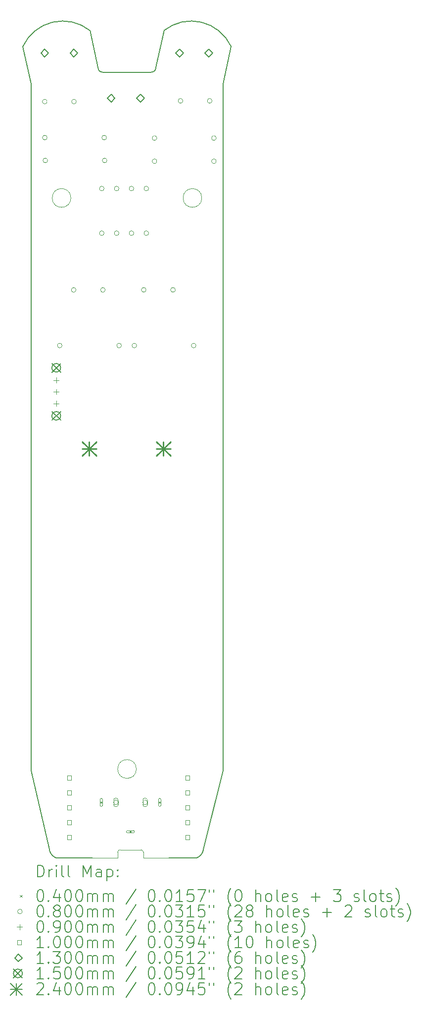
<source format=gbr>
%TF.GenerationSoftware,KiCad,Pcbnew,8.0.5*%
%TF.CreationDate,2025-02-18T01:30:24+08:00*%
%TF.ProjectId,troubleSeeker,74726f75-626c-4655-9365-656b65722e6b,rev?*%
%TF.SameCoordinates,Original*%
%TF.FileFunction,Drillmap*%
%TF.FilePolarity,Positive*%
%FSLAX45Y45*%
G04 Gerber Fmt 4.5, Leading zero omitted, Abs format (unit mm)*
G04 Created by KiCad (PCBNEW 8.0.5) date 2025-02-18 01:30:24*
%MOMM*%
%LPD*%
G01*
G04 APERTURE LIST*
%ADD10C,0.050000*%
%ADD11C,0.200000*%
%ADD12C,0.120000*%
%ADD13C,0.100000*%
%ADD14C,0.130000*%
%ADD15C,0.150000*%
%ADD16C,0.240000*%
G04 APERTURE END LIST*
D10*
X15590000Y-6840000D02*
G75*
G02*
X15270000Y-6840000I-160000J0D01*
G01*
X15270000Y-6840000D02*
G75*
G02*
X15590000Y-6840000I160000J0D01*
G01*
D11*
X12528381Y-4253373D02*
G75*
G02*
X13674610Y-3980000I681229J-316627D01*
G01*
X15951228Y-16620010D02*
X15620000Y-17960000D01*
X14945000Y-3980000D02*
X14805000Y-4615000D01*
X13674610Y-3980000D02*
X13814610Y-4615000D01*
D10*
X14470000Y-16590000D02*
G75*
G02*
X14150000Y-16590000I-160000J0D01*
G01*
X14150000Y-16590000D02*
G75*
G02*
X14470000Y-16590000I160000J0D01*
G01*
D11*
X13100282Y-18109275D02*
G75*
G02*
X12980000Y-17960000I69718J179275D01*
G01*
X12528381Y-4253373D02*
X12668382Y-4888373D01*
X15951228Y-12768387D02*
X15951228Y-16620010D01*
X16091228Y-4253373D02*
X15951228Y-4888373D01*
X14719615Y-4692870D02*
X13899995Y-4692870D01*
X15620000Y-17960000D02*
G75*
G02*
X15499718Y-18109275I-190000J30000D01*
G01*
X12668382Y-16620010D02*
X12980000Y-17960000D01*
X12668382Y-12768387D02*
X12668382Y-16620010D01*
X15951228Y-12768387D02*
X15951228Y-4888373D01*
X15020000Y-18110000D02*
X15499718Y-18109275D01*
X13899995Y-4692870D02*
G75*
G02*
X13814609Y-4615000I-7185J77870D01*
G01*
X12668382Y-12768387D02*
X12668382Y-4888373D01*
X14805000Y-4615000D02*
G75*
G02*
X14719615Y-4692869I-78200J0D01*
G01*
X14945000Y-3980000D02*
G75*
G02*
X16091228Y-4253373I465000J-590000D01*
G01*
X13720000Y-18110000D02*
X13100282Y-18109275D01*
D10*
X13350000Y-6840000D02*
G75*
G02*
X13030000Y-6840000I-160000J0D01*
G01*
X13030000Y-6840000D02*
G75*
G02*
X13350000Y-6840000I160000J0D01*
G01*
D12*
X14150000Y-18010000D02*
X14150000Y-18110000D01*
X14150000Y-18110000D02*
X13720000Y-18110000D01*
X14550000Y-17970000D02*
X14190000Y-17970000D01*
X14590000Y-18010000D02*
X14590000Y-18110000D01*
X14590000Y-18110000D02*
X15020000Y-18110000D01*
X14150000Y-18010000D02*
G75*
G02*
X14190000Y-17970000I40000J0D01*
G01*
X14550000Y-17970000D02*
G75*
G02*
X14590000Y-18010000I0J-40000D01*
G01*
D11*
D13*
X13850000Y-17140000D02*
X13890000Y-17180000D01*
X13890000Y-17140000D02*
X13850000Y-17180000D01*
X13850000Y-17110000D02*
X13850000Y-17210000D01*
X13890000Y-17210000D02*
G75*
G02*
X13850000Y-17210000I-20000J0D01*
G01*
X13890000Y-17210000D02*
X13890000Y-17110000D01*
X13890000Y-17110000D02*
G75*
G03*
X13850000Y-17110000I-20000J0D01*
G01*
X14350000Y-17640000D02*
X14390000Y-17680000D01*
X14390000Y-17640000D02*
X14350000Y-17680000D01*
X14320000Y-17680000D02*
X14420000Y-17680000D01*
X14420000Y-17640000D02*
G75*
G02*
X14420000Y-17680000I0J-20000D01*
G01*
X14420000Y-17640000D02*
X14320000Y-17640000D01*
X14320000Y-17640000D02*
G75*
G03*
X14320000Y-17680000I0J-20000D01*
G01*
X14850000Y-17140000D02*
X14890000Y-17180000D01*
X14890000Y-17140000D02*
X14850000Y-17180000D01*
X14890000Y-17210000D02*
X14890000Y-17110000D01*
X14850000Y-17110000D02*
G75*
G02*
X14890000Y-17110000I20000J0D01*
G01*
X14850000Y-17110000D02*
X14850000Y-17210000D01*
X14850000Y-17210000D02*
G75*
G03*
X14890000Y-17210000I20000J0D01*
G01*
X12942500Y-5195000D02*
G75*
G02*
X12862500Y-5195000I-40000J0D01*
G01*
X12862500Y-5195000D02*
G75*
G02*
X12942500Y-5195000I40000J0D01*
G01*
X12944000Y-5810000D02*
G75*
G02*
X12864000Y-5810000I-40000J0D01*
G01*
X12864000Y-5810000D02*
G75*
G02*
X12944000Y-5810000I40000J0D01*
G01*
X12952000Y-6200000D02*
G75*
G02*
X12872000Y-6200000I-40000J0D01*
G01*
X12872000Y-6200000D02*
G75*
G02*
X12952000Y-6200000I40000J0D01*
G01*
X13199475Y-9359475D02*
G75*
G02*
X13119475Y-9359475I-40000J0D01*
G01*
X13119475Y-9359475D02*
G75*
G02*
X13199475Y-9359475I40000J0D01*
G01*
X13437475Y-8409475D02*
G75*
G02*
X13357475Y-8409475I-40000J0D01*
G01*
X13357475Y-8409475D02*
G75*
G02*
X13437475Y-8409475I40000J0D01*
G01*
X13442500Y-5195000D02*
G75*
G02*
X13362500Y-5195000I-40000J0D01*
G01*
X13362500Y-5195000D02*
G75*
G02*
X13442500Y-5195000I40000J0D01*
G01*
X13918000Y-6680000D02*
G75*
G02*
X13838000Y-6680000I-40000J0D01*
G01*
X13838000Y-6680000D02*
G75*
G02*
X13918000Y-6680000I40000J0D01*
G01*
X13918000Y-7442000D02*
G75*
G02*
X13838000Y-7442000I-40000J0D01*
G01*
X13838000Y-7442000D02*
G75*
G02*
X13918000Y-7442000I40000J0D01*
G01*
X13937475Y-8409475D02*
G75*
G02*
X13857475Y-8409475I-40000J0D01*
G01*
X13857475Y-8409475D02*
G75*
G02*
X13937475Y-8409475I40000J0D01*
G01*
X13960000Y-5810000D02*
G75*
G02*
X13880000Y-5810000I-40000J0D01*
G01*
X13880000Y-5810000D02*
G75*
G02*
X13960000Y-5810000I40000J0D01*
G01*
X13968000Y-6200000D02*
G75*
G02*
X13888000Y-6200000I-40000J0D01*
G01*
X13888000Y-6200000D02*
G75*
G02*
X13968000Y-6200000I40000J0D01*
G01*
X14160000Y-17160000D02*
G75*
G02*
X14080000Y-17160000I-40000J0D01*
G01*
X14080000Y-17160000D02*
G75*
G02*
X14160000Y-17160000I40000J0D01*
G01*
X14080000Y-17125000D02*
X14080000Y-17195000D01*
X14160000Y-17195000D02*
G75*
G02*
X14080000Y-17195000I-40000J0D01*
G01*
X14160000Y-17195000D02*
X14160000Y-17125000D01*
X14160000Y-17125000D02*
G75*
G03*
X14080000Y-17125000I-40000J0D01*
G01*
X14172000Y-6680000D02*
G75*
G02*
X14092000Y-6680000I-40000J0D01*
G01*
X14092000Y-6680000D02*
G75*
G02*
X14172000Y-6680000I40000J0D01*
G01*
X14172000Y-7442000D02*
G75*
G02*
X14092000Y-7442000I-40000J0D01*
G01*
X14092000Y-7442000D02*
G75*
G02*
X14172000Y-7442000I40000J0D01*
G01*
X14215475Y-9359475D02*
G75*
G02*
X14135475Y-9359475I-40000J0D01*
G01*
X14135475Y-9359475D02*
G75*
G02*
X14215475Y-9359475I40000J0D01*
G01*
X14426000Y-6680000D02*
G75*
G02*
X14346000Y-6680000I-40000J0D01*
G01*
X14346000Y-6680000D02*
G75*
G02*
X14426000Y-6680000I40000J0D01*
G01*
X14426000Y-7442000D02*
G75*
G02*
X14346000Y-7442000I-40000J0D01*
G01*
X14346000Y-7442000D02*
G75*
G02*
X14426000Y-7442000I40000J0D01*
G01*
X14475475Y-9359475D02*
G75*
G02*
X14395475Y-9359475I-40000J0D01*
G01*
X14395475Y-9359475D02*
G75*
G02*
X14475475Y-9359475I40000J0D01*
G01*
X14637475Y-8409475D02*
G75*
G02*
X14557475Y-8409475I-40000J0D01*
G01*
X14557475Y-8409475D02*
G75*
G02*
X14637475Y-8409475I40000J0D01*
G01*
X14660000Y-17160000D02*
G75*
G02*
X14580000Y-17160000I-40000J0D01*
G01*
X14580000Y-17160000D02*
G75*
G02*
X14660000Y-17160000I40000J0D01*
G01*
X14660000Y-17195000D02*
X14660000Y-17125000D01*
X14580000Y-17125000D02*
G75*
G02*
X14660000Y-17125000I40000J0D01*
G01*
X14580000Y-17125000D02*
X14580000Y-17195000D01*
X14580000Y-17195000D02*
G75*
G03*
X14660000Y-17195000I40000J0D01*
G01*
X14680000Y-6680000D02*
G75*
G02*
X14600000Y-6680000I-40000J0D01*
G01*
X14600000Y-6680000D02*
G75*
G02*
X14680000Y-6680000I40000J0D01*
G01*
X14680000Y-7442000D02*
G75*
G02*
X14600000Y-7442000I-40000J0D01*
G01*
X14600000Y-7442000D02*
G75*
G02*
X14680000Y-7442000I40000J0D01*
G01*
X14821500Y-5817500D02*
G75*
G02*
X14741500Y-5817500I-40000J0D01*
G01*
X14741500Y-5817500D02*
G75*
G02*
X14821500Y-5817500I40000J0D01*
G01*
X14822000Y-6212500D02*
G75*
G02*
X14742000Y-6212500I-40000J0D01*
G01*
X14742000Y-6212500D02*
G75*
G02*
X14822000Y-6212500I40000J0D01*
G01*
X15137475Y-8409475D02*
G75*
G02*
X15057475Y-8409475I-40000J0D01*
G01*
X15057475Y-8409475D02*
G75*
G02*
X15137475Y-8409475I40000J0D01*
G01*
X15265000Y-5182500D02*
G75*
G02*
X15185000Y-5182500I-40000J0D01*
G01*
X15185000Y-5182500D02*
G75*
G02*
X15265000Y-5182500I40000J0D01*
G01*
X15491475Y-9359475D02*
G75*
G02*
X15411475Y-9359475I-40000J0D01*
G01*
X15411475Y-9359475D02*
G75*
G02*
X15491475Y-9359475I40000J0D01*
G01*
X15765000Y-5182500D02*
G75*
G02*
X15685000Y-5182500I-40000J0D01*
G01*
X15685000Y-5182500D02*
G75*
G02*
X15765000Y-5182500I40000J0D01*
G01*
X15837500Y-5817500D02*
G75*
G02*
X15757500Y-5817500I-40000J0D01*
G01*
X15757500Y-5817500D02*
G75*
G02*
X15837500Y-5817500I40000J0D01*
G01*
X15838000Y-6212500D02*
G75*
G02*
X15758000Y-6212500I-40000J0D01*
G01*
X15758000Y-6212500D02*
G75*
G02*
X15838000Y-6212500I40000J0D01*
G01*
X13100000Y-9905000D02*
X13100000Y-9995000D01*
X13055000Y-9950000D02*
X13145000Y-9950000D01*
X13100000Y-10105000D02*
X13100000Y-10195000D01*
X13055000Y-10150000D02*
X13145000Y-10150000D01*
X13100000Y-10305000D02*
X13100000Y-10395000D01*
X13055000Y-10350000D02*
X13145000Y-10350000D01*
X13355356Y-16775356D02*
X13355356Y-16704644D01*
X13284644Y-16704644D01*
X13284644Y-16775356D01*
X13355356Y-16775356D01*
X13355356Y-17029356D02*
X13355356Y-16958644D01*
X13284644Y-16958644D01*
X13284644Y-17029356D01*
X13355356Y-17029356D01*
X13355356Y-17283356D02*
X13355356Y-17212644D01*
X13284644Y-17212644D01*
X13284644Y-17283356D01*
X13355356Y-17283356D01*
X13355356Y-17537356D02*
X13355356Y-17466644D01*
X13284644Y-17466644D01*
X13284644Y-17537356D01*
X13355356Y-17537356D01*
X13355356Y-17791356D02*
X13355356Y-17720644D01*
X13284644Y-17720644D01*
X13284644Y-17791356D01*
X13355356Y-17791356D01*
X15380356Y-16775356D02*
X15380356Y-16704644D01*
X15309644Y-16704644D01*
X15309644Y-16775356D01*
X15380356Y-16775356D01*
X15380356Y-17029356D02*
X15380356Y-16958644D01*
X15309644Y-16958644D01*
X15309644Y-17029356D01*
X15380356Y-17029356D01*
X15380356Y-17283356D02*
X15380356Y-17212644D01*
X15309644Y-17212644D01*
X15309644Y-17283356D01*
X15380356Y-17283356D01*
X15380356Y-17537356D02*
X15380356Y-17466644D01*
X15309644Y-17466644D01*
X15309644Y-17537356D01*
X15380356Y-17537356D01*
X15380356Y-17791356D02*
X15380356Y-17720644D01*
X15309644Y-17720644D01*
X15309644Y-17791356D01*
X15380356Y-17791356D01*
D14*
X12902500Y-4430000D02*
X12967500Y-4365000D01*
X12902500Y-4300000D01*
X12837500Y-4365000D01*
X12902500Y-4430000D01*
X13402500Y-4430000D02*
X13467500Y-4365000D01*
X13402500Y-4300000D01*
X13337500Y-4365000D01*
X13402500Y-4430000D01*
X14040000Y-5200500D02*
X14105000Y-5135500D01*
X14040000Y-5070500D01*
X13975000Y-5135500D01*
X14040000Y-5200500D01*
X14540000Y-5200500D02*
X14605000Y-5135500D01*
X14540000Y-5070500D01*
X14475000Y-5135500D01*
X14540000Y-5200500D01*
X15210000Y-4430000D02*
X15275000Y-4365000D01*
X15210000Y-4300000D01*
X15145000Y-4365000D01*
X15210000Y-4430000D01*
X15710000Y-4430000D02*
X15775000Y-4365000D01*
X15710000Y-4300000D01*
X15645000Y-4365000D01*
X15710000Y-4430000D01*
D15*
X13025000Y-9665000D02*
X13175000Y-9815000D01*
X13175000Y-9665000D02*
X13025000Y-9815000D01*
X13175000Y-9740000D02*
G75*
G02*
X13025000Y-9740000I-75000J0D01*
G01*
X13025000Y-9740000D02*
G75*
G02*
X13175000Y-9740000I75000J0D01*
G01*
X13025000Y-10485000D02*
X13175000Y-10635000D01*
X13175000Y-10485000D02*
X13025000Y-10635000D01*
X13175000Y-10560000D02*
G75*
G02*
X13025000Y-10560000I-75000J0D01*
G01*
X13025000Y-10560000D02*
G75*
G02*
X13175000Y-10560000I75000J0D01*
G01*
D16*
X13545000Y-11005000D02*
X13785000Y-11245000D01*
X13785000Y-11005000D02*
X13545000Y-11245000D01*
X13665000Y-11005000D02*
X13665000Y-11245000D01*
X13545000Y-11125000D02*
X13785000Y-11125000D01*
X14815000Y-11005000D02*
X15055000Y-11245000D01*
X15055000Y-11005000D02*
X14815000Y-11245000D01*
X14935000Y-11005000D02*
X14935000Y-11245000D01*
X14815000Y-11125000D02*
X15055000Y-11125000D01*
D11*
X12779158Y-18431484D02*
X12779158Y-18231484D01*
X12779158Y-18231484D02*
X12826777Y-18231484D01*
X12826777Y-18231484D02*
X12855349Y-18241008D01*
X12855349Y-18241008D02*
X12874396Y-18260055D01*
X12874396Y-18260055D02*
X12883920Y-18279103D01*
X12883920Y-18279103D02*
X12893444Y-18317198D01*
X12893444Y-18317198D02*
X12893444Y-18345770D01*
X12893444Y-18345770D02*
X12883920Y-18383865D01*
X12883920Y-18383865D02*
X12874396Y-18402912D01*
X12874396Y-18402912D02*
X12855349Y-18421960D01*
X12855349Y-18421960D02*
X12826777Y-18431484D01*
X12826777Y-18431484D02*
X12779158Y-18431484D01*
X12979158Y-18431484D02*
X12979158Y-18298150D01*
X12979158Y-18336246D02*
X12988682Y-18317198D01*
X12988682Y-18317198D02*
X12998206Y-18307674D01*
X12998206Y-18307674D02*
X13017253Y-18298150D01*
X13017253Y-18298150D02*
X13036301Y-18298150D01*
X13102968Y-18431484D02*
X13102968Y-18298150D01*
X13102968Y-18231484D02*
X13093444Y-18241008D01*
X13093444Y-18241008D02*
X13102968Y-18250531D01*
X13102968Y-18250531D02*
X13112492Y-18241008D01*
X13112492Y-18241008D02*
X13102968Y-18231484D01*
X13102968Y-18231484D02*
X13102968Y-18250531D01*
X13226777Y-18431484D02*
X13207730Y-18421960D01*
X13207730Y-18421960D02*
X13198206Y-18402912D01*
X13198206Y-18402912D02*
X13198206Y-18231484D01*
X13331539Y-18431484D02*
X13312492Y-18421960D01*
X13312492Y-18421960D02*
X13302968Y-18402912D01*
X13302968Y-18402912D02*
X13302968Y-18231484D01*
X13560111Y-18431484D02*
X13560111Y-18231484D01*
X13560111Y-18231484D02*
X13626777Y-18374341D01*
X13626777Y-18374341D02*
X13693444Y-18231484D01*
X13693444Y-18231484D02*
X13693444Y-18431484D01*
X13874396Y-18431484D02*
X13874396Y-18326722D01*
X13874396Y-18326722D02*
X13864873Y-18307674D01*
X13864873Y-18307674D02*
X13845825Y-18298150D01*
X13845825Y-18298150D02*
X13807730Y-18298150D01*
X13807730Y-18298150D02*
X13788682Y-18307674D01*
X13874396Y-18421960D02*
X13855349Y-18431484D01*
X13855349Y-18431484D02*
X13807730Y-18431484D01*
X13807730Y-18431484D02*
X13788682Y-18421960D01*
X13788682Y-18421960D02*
X13779158Y-18402912D01*
X13779158Y-18402912D02*
X13779158Y-18383865D01*
X13779158Y-18383865D02*
X13788682Y-18364817D01*
X13788682Y-18364817D02*
X13807730Y-18355293D01*
X13807730Y-18355293D02*
X13855349Y-18355293D01*
X13855349Y-18355293D02*
X13874396Y-18345770D01*
X13969634Y-18298150D02*
X13969634Y-18498150D01*
X13969634Y-18307674D02*
X13988682Y-18298150D01*
X13988682Y-18298150D02*
X14026777Y-18298150D01*
X14026777Y-18298150D02*
X14045825Y-18307674D01*
X14045825Y-18307674D02*
X14055349Y-18317198D01*
X14055349Y-18317198D02*
X14064873Y-18336246D01*
X14064873Y-18336246D02*
X14064873Y-18393389D01*
X14064873Y-18393389D02*
X14055349Y-18412436D01*
X14055349Y-18412436D02*
X14045825Y-18421960D01*
X14045825Y-18421960D02*
X14026777Y-18431484D01*
X14026777Y-18431484D02*
X13988682Y-18431484D01*
X13988682Y-18431484D02*
X13969634Y-18421960D01*
X14150587Y-18412436D02*
X14160111Y-18421960D01*
X14160111Y-18421960D02*
X14150587Y-18431484D01*
X14150587Y-18431484D02*
X14141063Y-18421960D01*
X14141063Y-18421960D02*
X14150587Y-18412436D01*
X14150587Y-18412436D02*
X14150587Y-18431484D01*
X14150587Y-18307674D02*
X14160111Y-18317198D01*
X14160111Y-18317198D02*
X14150587Y-18326722D01*
X14150587Y-18326722D02*
X14141063Y-18317198D01*
X14141063Y-18317198D02*
X14150587Y-18307674D01*
X14150587Y-18307674D02*
X14150587Y-18326722D01*
D13*
X12478381Y-18740000D02*
X12518381Y-18780000D01*
X12518381Y-18740000D02*
X12478381Y-18780000D01*
D11*
X12817253Y-18651484D02*
X12836301Y-18651484D01*
X12836301Y-18651484D02*
X12855349Y-18661008D01*
X12855349Y-18661008D02*
X12864873Y-18670531D01*
X12864873Y-18670531D02*
X12874396Y-18689579D01*
X12874396Y-18689579D02*
X12883920Y-18727674D01*
X12883920Y-18727674D02*
X12883920Y-18775293D01*
X12883920Y-18775293D02*
X12874396Y-18813389D01*
X12874396Y-18813389D02*
X12864873Y-18832436D01*
X12864873Y-18832436D02*
X12855349Y-18841960D01*
X12855349Y-18841960D02*
X12836301Y-18851484D01*
X12836301Y-18851484D02*
X12817253Y-18851484D01*
X12817253Y-18851484D02*
X12798206Y-18841960D01*
X12798206Y-18841960D02*
X12788682Y-18832436D01*
X12788682Y-18832436D02*
X12779158Y-18813389D01*
X12779158Y-18813389D02*
X12769634Y-18775293D01*
X12769634Y-18775293D02*
X12769634Y-18727674D01*
X12769634Y-18727674D02*
X12779158Y-18689579D01*
X12779158Y-18689579D02*
X12788682Y-18670531D01*
X12788682Y-18670531D02*
X12798206Y-18661008D01*
X12798206Y-18661008D02*
X12817253Y-18651484D01*
X12969634Y-18832436D02*
X12979158Y-18841960D01*
X12979158Y-18841960D02*
X12969634Y-18851484D01*
X12969634Y-18851484D02*
X12960111Y-18841960D01*
X12960111Y-18841960D02*
X12969634Y-18832436D01*
X12969634Y-18832436D02*
X12969634Y-18851484D01*
X13150587Y-18718150D02*
X13150587Y-18851484D01*
X13102968Y-18641960D02*
X13055349Y-18784817D01*
X13055349Y-18784817D02*
X13179158Y-18784817D01*
X13293444Y-18651484D02*
X13312492Y-18651484D01*
X13312492Y-18651484D02*
X13331539Y-18661008D01*
X13331539Y-18661008D02*
X13341063Y-18670531D01*
X13341063Y-18670531D02*
X13350587Y-18689579D01*
X13350587Y-18689579D02*
X13360111Y-18727674D01*
X13360111Y-18727674D02*
X13360111Y-18775293D01*
X13360111Y-18775293D02*
X13350587Y-18813389D01*
X13350587Y-18813389D02*
X13341063Y-18832436D01*
X13341063Y-18832436D02*
X13331539Y-18841960D01*
X13331539Y-18841960D02*
X13312492Y-18851484D01*
X13312492Y-18851484D02*
X13293444Y-18851484D01*
X13293444Y-18851484D02*
X13274396Y-18841960D01*
X13274396Y-18841960D02*
X13264873Y-18832436D01*
X13264873Y-18832436D02*
X13255349Y-18813389D01*
X13255349Y-18813389D02*
X13245825Y-18775293D01*
X13245825Y-18775293D02*
X13245825Y-18727674D01*
X13245825Y-18727674D02*
X13255349Y-18689579D01*
X13255349Y-18689579D02*
X13264873Y-18670531D01*
X13264873Y-18670531D02*
X13274396Y-18661008D01*
X13274396Y-18661008D02*
X13293444Y-18651484D01*
X13483920Y-18651484D02*
X13502968Y-18651484D01*
X13502968Y-18651484D02*
X13522015Y-18661008D01*
X13522015Y-18661008D02*
X13531539Y-18670531D01*
X13531539Y-18670531D02*
X13541063Y-18689579D01*
X13541063Y-18689579D02*
X13550587Y-18727674D01*
X13550587Y-18727674D02*
X13550587Y-18775293D01*
X13550587Y-18775293D02*
X13541063Y-18813389D01*
X13541063Y-18813389D02*
X13531539Y-18832436D01*
X13531539Y-18832436D02*
X13522015Y-18841960D01*
X13522015Y-18841960D02*
X13502968Y-18851484D01*
X13502968Y-18851484D02*
X13483920Y-18851484D01*
X13483920Y-18851484D02*
X13464873Y-18841960D01*
X13464873Y-18841960D02*
X13455349Y-18832436D01*
X13455349Y-18832436D02*
X13445825Y-18813389D01*
X13445825Y-18813389D02*
X13436301Y-18775293D01*
X13436301Y-18775293D02*
X13436301Y-18727674D01*
X13436301Y-18727674D02*
X13445825Y-18689579D01*
X13445825Y-18689579D02*
X13455349Y-18670531D01*
X13455349Y-18670531D02*
X13464873Y-18661008D01*
X13464873Y-18661008D02*
X13483920Y-18651484D01*
X13636301Y-18851484D02*
X13636301Y-18718150D01*
X13636301Y-18737198D02*
X13645825Y-18727674D01*
X13645825Y-18727674D02*
X13664873Y-18718150D01*
X13664873Y-18718150D02*
X13693444Y-18718150D01*
X13693444Y-18718150D02*
X13712492Y-18727674D01*
X13712492Y-18727674D02*
X13722015Y-18746722D01*
X13722015Y-18746722D02*
X13722015Y-18851484D01*
X13722015Y-18746722D02*
X13731539Y-18727674D01*
X13731539Y-18727674D02*
X13750587Y-18718150D01*
X13750587Y-18718150D02*
X13779158Y-18718150D01*
X13779158Y-18718150D02*
X13798206Y-18727674D01*
X13798206Y-18727674D02*
X13807730Y-18746722D01*
X13807730Y-18746722D02*
X13807730Y-18851484D01*
X13902968Y-18851484D02*
X13902968Y-18718150D01*
X13902968Y-18737198D02*
X13912492Y-18727674D01*
X13912492Y-18727674D02*
X13931539Y-18718150D01*
X13931539Y-18718150D02*
X13960111Y-18718150D01*
X13960111Y-18718150D02*
X13979158Y-18727674D01*
X13979158Y-18727674D02*
X13988682Y-18746722D01*
X13988682Y-18746722D02*
X13988682Y-18851484D01*
X13988682Y-18746722D02*
X13998206Y-18727674D01*
X13998206Y-18727674D02*
X14017254Y-18718150D01*
X14017254Y-18718150D02*
X14045825Y-18718150D01*
X14045825Y-18718150D02*
X14064873Y-18727674D01*
X14064873Y-18727674D02*
X14074396Y-18746722D01*
X14074396Y-18746722D02*
X14074396Y-18851484D01*
X14464873Y-18641960D02*
X14293444Y-18899103D01*
X14722016Y-18651484D02*
X14741063Y-18651484D01*
X14741063Y-18651484D02*
X14760111Y-18661008D01*
X14760111Y-18661008D02*
X14769635Y-18670531D01*
X14769635Y-18670531D02*
X14779158Y-18689579D01*
X14779158Y-18689579D02*
X14788682Y-18727674D01*
X14788682Y-18727674D02*
X14788682Y-18775293D01*
X14788682Y-18775293D02*
X14779158Y-18813389D01*
X14779158Y-18813389D02*
X14769635Y-18832436D01*
X14769635Y-18832436D02*
X14760111Y-18841960D01*
X14760111Y-18841960D02*
X14741063Y-18851484D01*
X14741063Y-18851484D02*
X14722016Y-18851484D01*
X14722016Y-18851484D02*
X14702968Y-18841960D01*
X14702968Y-18841960D02*
X14693444Y-18832436D01*
X14693444Y-18832436D02*
X14683920Y-18813389D01*
X14683920Y-18813389D02*
X14674397Y-18775293D01*
X14674397Y-18775293D02*
X14674397Y-18727674D01*
X14674397Y-18727674D02*
X14683920Y-18689579D01*
X14683920Y-18689579D02*
X14693444Y-18670531D01*
X14693444Y-18670531D02*
X14702968Y-18661008D01*
X14702968Y-18661008D02*
X14722016Y-18651484D01*
X14874397Y-18832436D02*
X14883920Y-18841960D01*
X14883920Y-18841960D02*
X14874397Y-18851484D01*
X14874397Y-18851484D02*
X14864873Y-18841960D01*
X14864873Y-18841960D02*
X14874397Y-18832436D01*
X14874397Y-18832436D02*
X14874397Y-18851484D01*
X15007730Y-18651484D02*
X15026778Y-18651484D01*
X15026778Y-18651484D02*
X15045825Y-18661008D01*
X15045825Y-18661008D02*
X15055349Y-18670531D01*
X15055349Y-18670531D02*
X15064873Y-18689579D01*
X15064873Y-18689579D02*
X15074397Y-18727674D01*
X15074397Y-18727674D02*
X15074397Y-18775293D01*
X15074397Y-18775293D02*
X15064873Y-18813389D01*
X15064873Y-18813389D02*
X15055349Y-18832436D01*
X15055349Y-18832436D02*
X15045825Y-18841960D01*
X15045825Y-18841960D02*
X15026778Y-18851484D01*
X15026778Y-18851484D02*
X15007730Y-18851484D01*
X15007730Y-18851484D02*
X14988682Y-18841960D01*
X14988682Y-18841960D02*
X14979158Y-18832436D01*
X14979158Y-18832436D02*
X14969635Y-18813389D01*
X14969635Y-18813389D02*
X14960111Y-18775293D01*
X14960111Y-18775293D02*
X14960111Y-18727674D01*
X14960111Y-18727674D02*
X14969635Y-18689579D01*
X14969635Y-18689579D02*
X14979158Y-18670531D01*
X14979158Y-18670531D02*
X14988682Y-18661008D01*
X14988682Y-18661008D02*
X15007730Y-18651484D01*
X15264873Y-18851484D02*
X15150587Y-18851484D01*
X15207730Y-18851484D02*
X15207730Y-18651484D01*
X15207730Y-18651484D02*
X15188682Y-18680055D01*
X15188682Y-18680055D02*
X15169635Y-18699103D01*
X15169635Y-18699103D02*
X15150587Y-18708627D01*
X15445825Y-18651484D02*
X15350587Y-18651484D01*
X15350587Y-18651484D02*
X15341063Y-18746722D01*
X15341063Y-18746722D02*
X15350587Y-18737198D01*
X15350587Y-18737198D02*
X15369635Y-18727674D01*
X15369635Y-18727674D02*
X15417254Y-18727674D01*
X15417254Y-18727674D02*
X15436301Y-18737198D01*
X15436301Y-18737198D02*
X15445825Y-18746722D01*
X15445825Y-18746722D02*
X15455349Y-18765770D01*
X15455349Y-18765770D02*
X15455349Y-18813389D01*
X15455349Y-18813389D02*
X15445825Y-18832436D01*
X15445825Y-18832436D02*
X15436301Y-18841960D01*
X15436301Y-18841960D02*
X15417254Y-18851484D01*
X15417254Y-18851484D02*
X15369635Y-18851484D01*
X15369635Y-18851484D02*
X15350587Y-18841960D01*
X15350587Y-18841960D02*
X15341063Y-18832436D01*
X15522016Y-18651484D02*
X15655349Y-18651484D01*
X15655349Y-18651484D02*
X15569635Y-18851484D01*
X15722016Y-18651484D02*
X15722016Y-18689579D01*
X15798206Y-18651484D02*
X15798206Y-18689579D01*
X16093444Y-18927674D02*
X16083920Y-18918150D01*
X16083920Y-18918150D02*
X16064873Y-18889579D01*
X16064873Y-18889579D02*
X16055349Y-18870531D01*
X16055349Y-18870531D02*
X16045825Y-18841960D01*
X16045825Y-18841960D02*
X16036301Y-18794341D01*
X16036301Y-18794341D02*
X16036301Y-18756246D01*
X16036301Y-18756246D02*
X16045825Y-18708627D01*
X16045825Y-18708627D02*
X16055349Y-18680055D01*
X16055349Y-18680055D02*
X16064873Y-18661008D01*
X16064873Y-18661008D02*
X16083920Y-18632436D01*
X16083920Y-18632436D02*
X16093444Y-18622912D01*
X16207730Y-18651484D02*
X16226778Y-18651484D01*
X16226778Y-18651484D02*
X16245825Y-18661008D01*
X16245825Y-18661008D02*
X16255349Y-18670531D01*
X16255349Y-18670531D02*
X16264873Y-18689579D01*
X16264873Y-18689579D02*
X16274397Y-18727674D01*
X16274397Y-18727674D02*
X16274397Y-18775293D01*
X16274397Y-18775293D02*
X16264873Y-18813389D01*
X16264873Y-18813389D02*
X16255349Y-18832436D01*
X16255349Y-18832436D02*
X16245825Y-18841960D01*
X16245825Y-18841960D02*
X16226778Y-18851484D01*
X16226778Y-18851484D02*
X16207730Y-18851484D01*
X16207730Y-18851484D02*
X16188682Y-18841960D01*
X16188682Y-18841960D02*
X16179159Y-18832436D01*
X16179159Y-18832436D02*
X16169635Y-18813389D01*
X16169635Y-18813389D02*
X16160111Y-18775293D01*
X16160111Y-18775293D02*
X16160111Y-18727674D01*
X16160111Y-18727674D02*
X16169635Y-18689579D01*
X16169635Y-18689579D02*
X16179159Y-18670531D01*
X16179159Y-18670531D02*
X16188682Y-18661008D01*
X16188682Y-18661008D02*
X16207730Y-18651484D01*
X16512492Y-18851484D02*
X16512492Y-18651484D01*
X16598206Y-18851484D02*
X16598206Y-18746722D01*
X16598206Y-18746722D02*
X16588682Y-18727674D01*
X16588682Y-18727674D02*
X16569635Y-18718150D01*
X16569635Y-18718150D02*
X16541063Y-18718150D01*
X16541063Y-18718150D02*
X16522016Y-18727674D01*
X16522016Y-18727674D02*
X16512492Y-18737198D01*
X16722016Y-18851484D02*
X16702968Y-18841960D01*
X16702968Y-18841960D02*
X16693444Y-18832436D01*
X16693444Y-18832436D02*
X16683921Y-18813389D01*
X16683921Y-18813389D02*
X16683921Y-18756246D01*
X16683921Y-18756246D02*
X16693444Y-18737198D01*
X16693444Y-18737198D02*
X16702968Y-18727674D01*
X16702968Y-18727674D02*
X16722016Y-18718150D01*
X16722016Y-18718150D02*
X16750587Y-18718150D01*
X16750587Y-18718150D02*
X16769635Y-18727674D01*
X16769635Y-18727674D02*
X16779159Y-18737198D01*
X16779159Y-18737198D02*
X16788683Y-18756246D01*
X16788683Y-18756246D02*
X16788683Y-18813389D01*
X16788683Y-18813389D02*
X16779159Y-18832436D01*
X16779159Y-18832436D02*
X16769635Y-18841960D01*
X16769635Y-18841960D02*
X16750587Y-18851484D01*
X16750587Y-18851484D02*
X16722016Y-18851484D01*
X16902968Y-18851484D02*
X16883921Y-18841960D01*
X16883921Y-18841960D02*
X16874397Y-18822912D01*
X16874397Y-18822912D02*
X16874397Y-18651484D01*
X17055349Y-18841960D02*
X17036302Y-18851484D01*
X17036302Y-18851484D02*
X16998206Y-18851484D01*
X16998206Y-18851484D02*
X16979159Y-18841960D01*
X16979159Y-18841960D02*
X16969635Y-18822912D01*
X16969635Y-18822912D02*
X16969635Y-18746722D01*
X16969635Y-18746722D02*
X16979159Y-18727674D01*
X16979159Y-18727674D02*
X16998206Y-18718150D01*
X16998206Y-18718150D02*
X17036302Y-18718150D01*
X17036302Y-18718150D02*
X17055349Y-18727674D01*
X17055349Y-18727674D02*
X17064873Y-18746722D01*
X17064873Y-18746722D02*
X17064873Y-18765770D01*
X17064873Y-18765770D02*
X16969635Y-18784817D01*
X17141064Y-18841960D02*
X17160111Y-18851484D01*
X17160111Y-18851484D02*
X17198206Y-18851484D01*
X17198206Y-18851484D02*
X17217254Y-18841960D01*
X17217254Y-18841960D02*
X17226778Y-18822912D01*
X17226778Y-18822912D02*
X17226778Y-18813389D01*
X17226778Y-18813389D02*
X17217254Y-18794341D01*
X17217254Y-18794341D02*
X17198206Y-18784817D01*
X17198206Y-18784817D02*
X17169635Y-18784817D01*
X17169635Y-18784817D02*
X17150587Y-18775293D01*
X17150587Y-18775293D02*
X17141064Y-18756246D01*
X17141064Y-18756246D02*
X17141064Y-18746722D01*
X17141064Y-18746722D02*
X17150587Y-18727674D01*
X17150587Y-18727674D02*
X17169635Y-18718150D01*
X17169635Y-18718150D02*
X17198206Y-18718150D01*
X17198206Y-18718150D02*
X17217254Y-18727674D01*
X17464873Y-18775293D02*
X17617254Y-18775293D01*
X17541064Y-18851484D02*
X17541064Y-18699103D01*
X17845826Y-18651484D02*
X17969635Y-18651484D01*
X17969635Y-18651484D02*
X17902968Y-18727674D01*
X17902968Y-18727674D02*
X17931540Y-18727674D01*
X17931540Y-18727674D02*
X17950587Y-18737198D01*
X17950587Y-18737198D02*
X17960111Y-18746722D01*
X17960111Y-18746722D02*
X17969635Y-18765770D01*
X17969635Y-18765770D02*
X17969635Y-18813389D01*
X17969635Y-18813389D02*
X17960111Y-18832436D01*
X17960111Y-18832436D02*
X17950587Y-18841960D01*
X17950587Y-18841960D02*
X17931540Y-18851484D01*
X17931540Y-18851484D02*
X17874397Y-18851484D01*
X17874397Y-18851484D02*
X17855349Y-18841960D01*
X17855349Y-18841960D02*
X17845826Y-18832436D01*
X18198207Y-18841960D02*
X18217254Y-18851484D01*
X18217254Y-18851484D02*
X18255349Y-18851484D01*
X18255349Y-18851484D02*
X18274397Y-18841960D01*
X18274397Y-18841960D02*
X18283921Y-18822912D01*
X18283921Y-18822912D02*
X18283921Y-18813389D01*
X18283921Y-18813389D02*
X18274397Y-18794341D01*
X18274397Y-18794341D02*
X18255349Y-18784817D01*
X18255349Y-18784817D02*
X18226778Y-18784817D01*
X18226778Y-18784817D02*
X18207730Y-18775293D01*
X18207730Y-18775293D02*
X18198207Y-18756246D01*
X18198207Y-18756246D02*
X18198207Y-18746722D01*
X18198207Y-18746722D02*
X18207730Y-18727674D01*
X18207730Y-18727674D02*
X18226778Y-18718150D01*
X18226778Y-18718150D02*
X18255349Y-18718150D01*
X18255349Y-18718150D02*
X18274397Y-18727674D01*
X18398207Y-18851484D02*
X18379159Y-18841960D01*
X18379159Y-18841960D02*
X18369635Y-18822912D01*
X18369635Y-18822912D02*
X18369635Y-18651484D01*
X18502968Y-18851484D02*
X18483921Y-18841960D01*
X18483921Y-18841960D02*
X18474397Y-18832436D01*
X18474397Y-18832436D02*
X18464873Y-18813389D01*
X18464873Y-18813389D02*
X18464873Y-18756246D01*
X18464873Y-18756246D02*
X18474397Y-18737198D01*
X18474397Y-18737198D02*
X18483921Y-18727674D01*
X18483921Y-18727674D02*
X18502968Y-18718150D01*
X18502968Y-18718150D02*
X18531540Y-18718150D01*
X18531540Y-18718150D02*
X18550588Y-18727674D01*
X18550588Y-18727674D02*
X18560111Y-18737198D01*
X18560111Y-18737198D02*
X18569635Y-18756246D01*
X18569635Y-18756246D02*
X18569635Y-18813389D01*
X18569635Y-18813389D02*
X18560111Y-18832436D01*
X18560111Y-18832436D02*
X18550588Y-18841960D01*
X18550588Y-18841960D02*
X18531540Y-18851484D01*
X18531540Y-18851484D02*
X18502968Y-18851484D01*
X18626778Y-18718150D02*
X18702968Y-18718150D01*
X18655349Y-18651484D02*
X18655349Y-18822912D01*
X18655349Y-18822912D02*
X18664873Y-18841960D01*
X18664873Y-18841960D02*
X18683921Y-18851484D01*
X18683921Y-18851484D02*
X18702968Y-18851484D01*
X18760111Y-18841960D02*
X18779159Y-18851484D01*
X18779159Y-18851484D02*
X18817254Y-18851484D01*
X18817254Y-18851484D02*
X18836302Y-18841960D01*
X18836302Y-18841960D02*
X18845826Y-18822912D01*
X18845826Y-18822912D02*
X18845826Y-18813389D01*
X18845826Y-18813389D02*
X18836302Y-18794341D01*
X18836302Y-18794341D02*
X18817254Y-18784817D01*
X18817254Y-18784817D02*
X18788683Y-18784817D01*
X18788683Y-18784817D02*
X18769635Y-18775293D01*
X18769635Y-18775293D02*
X18760111Y-18756246D01*
X18760111Y-18756246D02*
X18760111Y-18746722D01*
X18760111Y-18746722D02*
X18769635Y-18727674D01*
X18769635Y-18727674D02*
X18788683Y-18718150D01*
X18788683Y-18718150D02*
X18817254Y-18718150D01*
X18817254Y-18718150D02*
X18836302Y-18727674D01*
X18912492Y-18927674D02*
X18922016Y-18918150D01*
X18922016Y-18918150D02*
X18941064Y-18889579D01*
X18941064Y-18889579D02*
X18950588Y-18870531D01*
X18950588Y-18870531D02*
X18960111Y-18841960D01*
X18960111Y-18841960D02*
X18969635Y-18794341D01*
X18969635Y-18794341D02*
X18969635Y-18756246D01*
X18969635Y-18756246D02*
X18960111Y-18708627D01*
X18960111Y-18708627D02*
X18950588Y-18680055D01*
X18950588Y-18680055D02*
X18941064Y-18661008D01*
X18941064Y-18661008D02*
X18922016Y-18632436D01*
X18922016Y-18632436D02*
X18912492Y-18622912D01*
D13*
X12518381Y-19024000D02*
G75*
G02*
X12438381Y-19024000I-40000J0D01*
G01*
X12438381Y-19024000D02*
G75*
G02*
X12518381Y-19024000I40000J0D01*
G01*
D11*
X12817253Y-18915484D02*
X12836301Y-18915484D01*
X12836301Y-18915484D02*
X12855349Y-18925008D01*
X12855349Y-18925008D02*
X12864873Y-18934531D01*
X12864873Y-18934531D02*
X12874396Y-18953579D01*
X12874396Y-18953579D02*
X12883920Y-18991674D01*
X12883920Y-18991674D02*
X12883920Y-19039293D01*
X12883920Y-19039293D02*
X12874396Y-19077389D01*
X12874396Y-19077389D02*
X12864873Y-19096436D01*
X12864873Y-19096436D02*
X12855349Y-19105960D01*
X12855349Y-19105960D02*
X12836301Y-19115484D01*
X12836301Y-19115484D02*
X12817253Y-19115484D01*
X12817253Y-19115484D02*
X12798206Y-19105960D01*
X12798206Y-19105960D02*
X12788682Y-19096436D01*
X12788682Y-19096436D02*
X12779158Y-19077389D01*
X12779158Y-19077389D02*
X12769634Y-19039293D01*
X12769634Y-19039293D02*
X12769634Y-18991674D01*
X12769634Y-18991674D02*
X12779158Y-18953579D01*
X12779158Y-18953579D02*
X12788682Y-18934531D01*
X12788682Y-18934531D02*
X12798206Y-18925008D01*
X12798206Y-18925008D02*
X12817253Y-18915484D01*
X12969634Y-19096436D02*
X12979158Y-19105960D01*
X12979158Y-19105960D02*
X12969634Y-19115484D01*
X12969634Y-19115484D02*
X12960111Y-19105960D01*
X12960111Y-19105960D02*
X12969634Y-19096436D01*
X12969634Y-19096436D02*
X12969634Y-19115484D01*
X13093444Y-19001198D02*
X13074396Y-18991674D01*
X13074396Y-18991674D02*
X13064873Y-18982150D01*
X13064873Y-18982150D02*
X13055349Y-18963103D01*
X13055349Y-18963103D02*
X13055349Y-18953579D01*
X13055349Y-18953579D02*
X13064873Y-18934531D01*
X13064873Y-18934531D02*
X13074396Y-18925008D01*
X13074396Y-18925008D02*
X13093444Y-18915484D01*
X13093444Y-18915484D02*
X13131539Y-18915484D01*
X13131539Y-18915484D02*
X13150587Y-18925008D01*
X13150587Y-18925008D02*
X13160111Y-18934531D01*
X13160111Y-18934531D02*
X13169634Y-18953579D01*
X13169634Y-18953579D02*
X13169634Y-18963103D01*
X13169634Y-18963103D02*
X13160111Y-18982150D01*
X13160111Y-18982150D02*
X13150587Y-18991674D01*
X13150587Y-18991674D02*
X13131539Y-19001198D01*
X13131539Y-19001198D02*
X13093444Y-19001198D01*
X13093444Y-19001198D02*
X13074396Y-19010722D01*
X13074396Y-19010722D02*
X13064873Y-19020246D01*
X13064873Y-19020246D02*
X13055349Y-19039293D01*
X13055349Y-19039293D02*
X13055349Y-19077389D01*
X13055349Y-19077389D02*
X13064873Y-19096436D01*
X13064873Y-19096436D02*
X13074396Y-19105960D01*
X13074396Y-19105960D02*
X13093444Y-19115484D01*
X13093444Y-19115484D02*
X13131539Y-19115484D01*
X13131539Y-19115484D02*
X13150587Y-19105960D01*
X13150587Y-19105960D02*
X13160111Y-19096436D01*
X13160111Y-19096436D02*
X13169634Y-19077389D01*
X13169634Y-19077389D02*
X13169634Y-19039293D01*
X13169634Y-19039293D02*
X13160111Y-19020246D01*
X13160111Y-19020246D02*
X13150587Y-19010722D01*
X13150587Y-19010722D02*
X13131539Y-19001198D01*
X13293444Y-18915484D02*
X13312492Y-18915484D01*
X13312492Y-18915484D02*
X13331539Y-18925008D01*
X13331539Y-18925008D02*
X13341063Y-18934531D01*
X13341063Y-18934531D02*
X13350587Y-18953579D01*
X13350587Y-18953579D02*
X13360111Y-18991674D01*
X13360111Y-18991674D02*
X13360111Y-19039293D01*
X13360111Y-19039293D02*
X13350587Y-19077389D01*
X13350587Y-19077389D02*
X13341063Y-19096436D01*
X13341063Y-19096436D02*
X13331539Y-19105960D01*
X13331539Y-19105960D02*
X13312492Y-19115484D01*
X13312492Y-19115484D02*
X13293444Y-19115484D01*
X13293444Y-19115484D02*
X13274396Y-19105960D01*
X13274396Y-19105960D02*
X13264873Y-19096436D01*
X13264873Y-19096436D02*
X13255349Y-19077389D01*
X13255349Y-19077389D02*
X13245825Y-19039293D01*
X13245825Y-19039293D02*
X13245825Y-18991674D01*
X13245825Y-18991674D02*
X13255349Y-18953579D01*
X13255349Y-18953579D02*
X13264873Y-18934531D01*
X13264873Y-18934531D02*
X13274396Y-18925008D01*
X13274396Y-18925008D02*
X13293444Y-18915484D01*
X13483920Y-18915484D02*
X13502968Y-18915484D01*
X13502968Y-18915484D02*
X13522015Y-18925008D01*
X13522015Y-18925008D02*
X13531539Y-18934531D01*
X13531539Y-18934531D02*
X13541063Y-18953579D01*
X13541063Y-18953579D02*
X13550587Y-18991674D01*
X13550587Y-18991674D02*
X13550587Y-19039293D01*
X13550587Y-19039293D02*
X13541063Y-19077389D01*
X13541063Y-19077389D02*
X13531539Y-19096436D01*
X13531539Y-19096436D02*
X13522015Y-19105960D01*
X13522015Y-19105960D02*
X13502968Y-19115484D01*
X13502968Y-19115484D02*
X13483920Y-19115484D01*
X13483920Y-19115484D02*
X13464873Y-19105960D01*
X13464873Y-19105960D02*
X13455349Y-19096436D01*
X13455349Y-19096436D02*
X13445825Y-19077389D01*
X13445825Y-19077389D02*
X13436301Y-19039293D01*
X13436301Y-19039293D02*
X13436301Y-18991674D01*
X13436301Y-18991674D02*
X13445825Y-18953579D01*
X13445825Y-18953579D02*
X13455349Y-18934531D01*
X13455349Y-18934531D02*
X13464873Y-18925008D01*
X13464873Y-18925008D02*
X13483920Y-18915484D01*
X13636301Y-19115484D02*
X13636301Y-18982150D01*
X13636301Y-19001198D02*
X13645825Y-18991674D01*
X13645825Y-18991674D02*
X13664873Y-18982150D01*
X13664873Y-18982150D02*
X13693444Y-18982150D01*
X13693444Y-18982150D02*
X13712492Y-18991674D01*
X13712492Y-18991674D02*
X13722015Y-19010722D01*
X13722015Y-19010722D02*
X13722015Y-19115484D01*
X13722015Y-19010722D02*
X13731539Y-18991674D01*
X13731539Y-18991674D02*
X13750587Y-18982150D01*
X13750587Y-18982150D02*
X13779158Y-18982150D01*
X13779158Y-18982150D02*
X13798206Y-18991674D01*
X13798206Y-18991674D02*
X13807730Y-19010722D01*
X13807730Y-19010722D02*
X13807730Y-19115484D01*
X13902968Y-19115484D02*
X13902968Y-18982150D01*
X13902968Y-19001198D02*
X13912492Y-18991674D01*
X13912492Y-18991674D02*
X13931539Y-18982150D01*
X13931539Y-18982150D02*
X13960111Y-18982150D01*
X13960111Y-18982150D02*
X13979158Y-18991674D01*
X13979158Y-18991674D02*
X13988682Y-19010722D01*
X13988682Y-19010722D02*
X13988682Y-19115484D01*
X13988682Y-19010722D02*
X13998206Y-18991674D01*
X13998206Y-18991674D02*
X14017254Y-18982150D01*
X14017254Y-18982150D02*
X14045825Y-18982150D01*
X14045825Y-18982150D02*
X14064873Y-18991674D01*
X14064873Y-18991674D02*
X14074396Y-19010722D01*
X14074396Y-19010722D02*
X14074396Y-19115484D01*
X14464873Y-18905960D02*
X14293444Y-19163103D01*
X14722016Y-18915484D02*
X14741063Y-18915484D01*
X14741063Y-18915484D02*
X14760111Y-18925008D01*
X14760111Y-18925008D02*
X14769635Y-18934531D01*
X14769635Y-18934531D02*
X14779158Y-18953579D01*
X14779158Y-18953579D02*
X14788682Y-18991674D01*
X14788682Y-18991674D02*
X14788682Y-19039293D01*
X14788682Y-19039293D02*
X14779158Y-19077389D01*
X14779158Y-19077389D02*
X14769635Y-19096436D01*
X14769635Y-19096436D02*
X14760111Y-19105960D01*
X14760111Y-19105960D02*
X14741063Y-19115484D01*
X14741063Y-19115484D02*
X14722016Y-19115484D01*
X14722016Y-19115484D02*
X14702968Y-19105960D01*
X14702968Y-19105960D02*
X14693444Y-19096436D01*
X14693444Y-19096436D02*
X14683920Y-19077389D01*
X14683920Y-19077389D02*
X14674397Y-19039293D01*
X14674397Y-19039293D02*
X14674397Y-18991674D01*
X14674397Y-18991674D02*
X14683920Y-18953579D01*
X14683920Y-18953579D02*
X14693444Y-18934531D01*
X14693444Y-18934531D02*
X14702968Y-18925008D01*
X14702968Y-18925008D02*
X14722016Y-18915484D01*
X14874397Y-19096436D02*
X14883920Y-19105960D01*
X14883920Y-19105960D02*
X14874397Y-19115484D01*
X14874397Y-19115484D02*
X14864873Y-19105960D01*
X14864873Y-19105960D02*
X14874397Y-19096436D01*
X14874397Y-19096436D02*
X14874397Y-19115484D01*
X15007730Y-18915484D02*
X15026778Y-18915484D01*
X15026778Y-18915484D02*
X15045825Y-18925008D01*
X15045825Y-18925008D02*
X15055349Y-18934531D01*
X15055349Y-18934531D02*
X15064873Y-18953579D01*
X15064873Y-18953579D02*
X15074397Y-18991674D01*
X15074397Y-18991674D02*
X15074397Y-19039293D01*
X15074397Y-19039293D02*
X15064873Y-19077389D01*
X15064873Y-19077389D02*
X15055349Y-19096436D01*
X15055349Y-19096436D02*
X15045825Y-19105960D01*
X15045825Y-19105960D02*
X15026778Y-19115484D01*
X15026778Y-19115484D02*
X15007730Y-19115484D01*
X15007730Y-19115484D02*
X14988682Y-19105960D01*
X14988682Y-19105960D02*
X14979158Y-19096436D01*
X14979158Y-19096436D02*
X14969635Y-19077389D01*
X14969635Y-19077389D02*
X14960111Y-19039293D01*
X14960111Y-19039293D02*
X14960111Y-18991674D01*
X14960111Y-18991674D02*
X14969635Y-18953579D01*
X14969635Y-18953579D02*
X14979158Y-18934531D01*
X14979158Y-18934531D02*
X14988682Y-18925008D01*
X14988682Y-18925008D02*
X15007730Y-18915484D01*
X15141063Y-18915484D02*
X15264873Y-18915484D01*
X15264873Y-18915484D02*
X15198206Y-18991674D01*
X15198206Y-18991674D02*
X15226778Y-18991674D01*
X15226778Y-18991674D02*
X15245825Y-19001198D01*
X15245825Y-19001198D02*
X15255349Y-19010722D01*
X15255349Y-19010722D02*
X15264873Y-19029770D01*
X15264873Y-19029770D02*
X15264873Y-19077389D01*
X15264873Y-19077389D02*
X15255349Y-19096436D01*
X15255349Y-19096436D02*
X15245825Y-19105960D01*
X15245825Y-19105960D02*
X15226778Y-19115484D01*
X15226778Y-19115484D02*
X15169635Y-19115484D01*
X15169635Y-19115484D02*
X15150587Y-19105960D01*
X15150587Y-19105960D02*
X15141063Y-19096436D01*
X15455349Y-19115484D02*
X15341063Y-19115484D01*
X15398206Y-19115484D02*
X15398206Y-18915484D01*
X15398206Y-18915484D02*
X15379158Y-18944055D01*
X15379158Y-18944055D02*
X15360111Y-18963103D01*
X15360111Y-18963103D02*
X15341063Y-18972627D01*
X15636301Y-18915484D02*
X15541063Y-18915484D01*
X15541063Y-18915484D02*
X15531539Y-19010722D01*
X15531539Y-19010722D02*
X15541063Y-19001198D01*
X15541063Y-19001198D02*
X15560111Y-18991674D01*
X15560111Y-18991674D02*
X15607730Y-18991674D01*
X15607730Y-18991674D02*
X15626778Y-19001198D01*
X15626778Y-19001198D02*
X15636301Y-19010722D01*
X15636301Y-19010722D02*
X15645825Y-19029770D01*
X15645825Y-19029770D02*
X15645825Y-19077389D01*
X15645825Y-19077389D02*
X15636301Y-19096436D01*
X15636301Y-19096436D02*
X15626778Y-19105960D01*
X15626778Y-19105960D02*
X15607730Y-19115484D01*
X15607730Y-19115484D02*
X15560111Y-19115484D01*
X15560111Y-19115484D02*
X15541063Y-19105960D01*
X15541063Y-19105960D02*
X15531539Y-19096436D01*
X15722016Y-18915484D02*
X15722016Y-18953579D01*
X15798206Y-18915484D02*
X15798206Y-18953579D01*
X16093444Y-19191674D02*
X16083920Y-19182150D01*
X16083920Y-19182150D02*
X16064873Y-19153579D01*
X16064873Y-19153579D02*
X16055349Y-19134531D01*
X16055349Y-19134531D02*
X16045825Y-19105960D01*
X16045825Y-19105960D02*
X16036301Y-19058341D01*
X16036301Y-19058341D02*
X16036301Y-19020246D01*
X16036301Y-19020246D02*
X16045825Y-18972627D01*
X16045825Y-18972627D02*
X16055349Y-18944055D01*
X16055349Y-18944055D02*
X16064873Y-18925008D01*
X16064873Y-18925008D02*
X16083920Y-18896436D01*
X16083920Y-18896436D02*
X16093444Y-18886912D01*
X16160111Y-18934531D02*
X16169635Y-18925008D01*
X16169635Y-18925008D02*
X16188682Y-18915484D01*
X16188682Y-18915484D02*
X16236301Y-18915484D01*
X16236301Y-18915484D02*
X16255349Y-18925008D01*
X16255349Y-18925008D02*
X16264873Y-18934531D01*
X16264873Y-18934531D02*
X16274397Y-18953579D01*
X16274397Y-18953579D02*
X16274397Y-18972627D01*
X16274397Y-18972627D02*
X16264873Y-19001198D01*
X16264873Y-19001198D02*
X16150587Y-19115484D01*
X16150587Y-19115484D02*
X16274397Y-19115484D01*
X16388682Y-19001198D02*
X16369635Y-18991674D01*
X16369635Y-18991674D02*
X16360111Y-18982150D01*
X16360111Y-18982150D02*
X16350587Y-18963103D01*
X16350587Y-18963103D02*
X16350587Y-18953579D01*
X16350587Y-18953579D02*
X16360111Y-18934531D01*
X16360111Y-18934531D02*
X16369635Y-18925008D01*
X16369635Y-18925008D02*
X16388682Y-18915484D01*
X16388682Y-18915484D02*
X16426778Y-18915484D01*
X16426778Y-18915484D02*
X16445825Y-18925008D01*
X16445825Y-18925008D02*
X16455349Y-18934531D01*
X16455349Y-18934531D02*
X16464873Y-18953579D01*
X16464873Y-18953579D02*
X16464873Y-18963103D01*
X16464873Y-18963103D02*
X16455349Y-18982150D01*
X16455349Y-18982150D02*
X16445825Y-18991674D01*
X16445825Y-18991674D02*
X16426778Y-19001198D01*
X16426778Y-19001198D02*
X16388682Y-19001198D01*
X16388682Y-19001198D02*
X16369635Y-19010722D01*
X16369635Y-19010722D02*
X16360111Y-19020246D01*
X16360111Y-19020246D02*
X16350587Y-19039293D01*
X16350587Y-19039293D02*
X16350587Y-19077389D01*
X16350587Y-19077389D02*
X16360111Y-19096436D01*
X16360111Y-19096436D02*
X16369635Y-19105960D01*
X16369635Y-19105960D02*
X16388682Y-19115484D01*
X16388682Y-19115484D02*
X16426778Y-19115484D01*
X16426778Y-19115484D02*
X16445825Y-19105960D01*
X16445825Y-19105960D02*
X16455349Y-19096436D01*
X16455349Y-19096436D02*
X16464873Y-19077389D01*
X16464873Y-19077389D02*
X16464873Y-19039293D01*
X16464873Y-19039293D02*
X16455349Y-19020246D01*
X16455349Y-19020246D02*
X16445825Y-19010722D01*
X16445825Y-19010722D02*
X16426778Y-19001198D01*
X16702968Y-19115484D02*
X16702968Y-18915484D01*
X16788683Y-19115484D02*
X16788683Y-19010722D01*
X16788683Y-19010722D02*
X16779159Y-18991674D01*
X16779159Y-18991674D02*
X16760111Y-18982150D01*
X16760111Y-18982150D02*
X16731540Y-18982150D01*
X16731540Y-18982150D02*
X16712492Y-18991674D01*
X16712492Y-18991674D02*
X16702968Y-19001198D01*
X16912492Y-19115484D02*
X16893444Y-19105960D01*
X16893444Y-19105960D02*
X16883921Y-19096436D01*
X16883921Y-19096436D02*
X16874397Y-19077389D01*
X16874397Y-19077389D02*
X16874397Y-19020246D01*
X16874397Y-19020246D02*
X16883921Y-19001198D01*
X16883921Y-19001198D02*
X16893444Y-18991674D01*
X16893444Y-18991674D02*
X16912492Y-18982150D01*
X16912492Y-18982150D02*
X16941064Y-18982150D01*
X16941064Y-18982150D02*
X16960111Y-18991674D01*
X16960111Y-18991674D02*
X16969635Y-19001198D01*
X16969635Y-19001198D02*
X16979159Y-19020246D01*
X16979159Y-19020246D02*
X16979159Y-19077389D01*
X16979159Y-19077389D02*
X16969635Y-19096436D01*
X16969635Y-19096436D02*
X16960111Y-19105960D01*
X16960111Y-19105960D02*
X16941064Y-19115484D01*
X16941064Y-19115484D02*
X16912492Y-19115484D01*
X17093444Y-19115484D02*
X17074397Y-19105960D01*
X17074397Y-19105960D02*
X17064873Y-19086912D01*
X17064873Y-19086912D02*
X17064873Y-18915484D01*
X17245825Y-19105960D02*
X17226778Y-19115484D01*
X17226778Y-19115484D02*
X17188683Y-19115484D01*
X17188683Y-19115484D02*
X17169635Y-19105960D01*
X17169635Y-19105960D02*
X17160111Y-19086912D01*
X17160111Y-19086912D02*
X17160111Y-19010722D01*
X17160111Y-19010722D02*
X17169635Y-18991674D01*
X17169635Y-18991674D02*
X17188683Y-18982150D01*
X17188683Y-18982150D02*
X17226778Y-18982150D01*
X17226778Y-18982150D02*
X17245825Y-18991674D01*
X17245825Y-18991674D02*
X17255349Y-19010722D01*
X17255349Y-19010722D02*
X17255349Y-19029770D01*
X17255349Y-19029770D02*
X17160111Y-19048817D01*
X17331540Y-19105960D02*
X17350587Y-19115484D01*
X17350587Y-19115484D02*
X17388683Y-19115484D01*
X17388683Y-19115484D02*
X17407730Y-19105960D01*
X17407730Y-19105960D02*
X17417254Y-19086912D01*
X17417254Y-19086912D02*
X17417254Y-19077389D01*
X17417254Y-19077389D02*
X17407730Y-19058341D01*
X17407730Y-19058341D02*
X17388683Y-19048817D01*
X17388683Y-19048817D02*
X17360111Y-19048817D01*
X17360111Y-19048817D02*
X17341064Y-19039293D01*
X17341064Y-19039293D02*
X17331540Y-19020246D01*
X17331540Y-19020246D02*
X17331540Y-19010722D01*
X17331540Y-19010722D02*
X17341064Y-18991674D01*
X17341064Y-18991674D02*
X17360111Y-18982150D01*
X17360111Y-18982150D02*
X17388683Y-18982150D01*
X17388683Y-18982150D02*
X17407730Y-18991674D01*
X17655349Y-19039293D02*
X17807730Y-19039293D01*
X17731540Y-19115484D02*
X17731540Y-18963103D01*
X18045826Y-18934531D02*
X18055349Y-18925008D01*
X18055349Y-18925008D02*
X18074397Y-18915484D01*
X18074397Y-18915484D02*
X18122016Y-18915484D01*
X18122016Y-18915484D02*
X18141064Y-18925008D01*
X18141064Y-18925008D02*
X18150587Y-18934531D01*
X18150587Y-18934531D02*
X18160111Y-18953579D01*
X18160111Y-18953579D02*
X18160111Y-18972627D01*
X18160111Y-18972627D02*
X18150587Y-19001198D01*
X18150587Y-19001198D02*
X18036302Y-19115484D01*
X18036302Y-19115484D02*
X18160111Y-19115484D01*
X18388683Y-19105960D02*
X18407730Y-19115484D01*
X18407730Y-19115484D02*
X18445826Y-19115484D01*
X18445826Y-19115484D02*
X18464873Y-19105960D01*
X18464873Y-19105960D02*
X18474397Y-19086912D01*
X18474397Y-19086912D02*
X18474397Y-19077389D01*
X18474397Y-19077389D02*
X18464873Y-19058341D01*
X18464873Y-19058341D02*
X18445826Y-19048817D01*
X18445826Y-19048817D02*
X18417254Y-19048817D01*
X18417254Y-19048817D02*
X18398207Y-19039293D01*
X18398207Y-19039293D02*
X18388683Y-19020246D01*
X18388683Y-19020246D02*
X18388683Y-19010722D01*
X18388683Y-19010722D02*
X18398207Y-18991674D01*
X18398207Y-18991674D02*
X18417254Y-18982150D01*
X18417254Y-18982150D02*
X18445826Y-18982150D01*
X18445826Y-18982150D02*
X18464873Y-18991674D01*
X18588683Y-19115484D02*
X18569635Y-19105960D01*
X18569635Y-19105960D02*
X18560111Y-19086912D01*
X18560111Y-19086912D02*
X18560111Y-18915484D01*
X18693445Y-19115484D02*
X18674397Y-19105960D01*
X18674397Y-19105960D02*
X18664873Y-19096436D01*
X18664873Y-19096436D02*
X18655349Y-19077389D01*
X18655349Y-19077389D02*
X18655349Y-19020246D01*
X18655349Y-19020246D02*
X18664873Y-19001198D01*
X18664873Y-19001198D02*
X18674397Y-18991674D01*
X18674397Y-18991674D02*
X18693445Y-18982150D01*
X18693445Y-18982150D02*
X18722016Y-18982150D01*
X18722016Y-18982150D02*
X18741064Y-18991674D01*
X18741064Y-18991674D02*
X18750588Y-19001198D01*
X18750588Y-19001198D02*
X18760111Y-19020246D01*
X18760111Y-19020246D02*
X18760111Y-19077389D01*
X18760111Y-19077389D02*
X18750588Y-19096436D01*
X18750588Y-19096436D02*
X18741064Y-19105960D01*
X18741064Y-19105960D02*
X18722016Y-19115484D01*
X18722016Y-19115484D02*
X18693445Y-19115484D01*
X18817254Y-18982150D02*
X18893445Y-18982150D01*
X18845826Y-18915484D02*
X18845826Y-19086912D01*
X18845826Y-19086912D02*
X18855349Y-19105960D01*
X18855349Y-19105960D02*
X18874397Y-19115484D01*
X18874397Y-19115484D02*
X18893445Y-19115484D01*
X18950588Y-19105960D02*
X18969635Y-19115484D01*
X18969635Y-19115484D02*
X19007730Y-19115484D01*
X19007730Y-19115484D02*
X19026778Y-19105960D01*
X19026778Y-19105960D02*
X19036302Y-19086912D01*
X19036302Y-19086912D02*
X19036302Y-19077389D01*
X19036302Y-19077389D02*
X19026778Y-19058341D01*
X19026778Y-19058341D02*
X19007730Y-19048817D01*
X19007730Y-19048817D02*
X18979159Y-19048817D01*
X18979159Y-19048817D02*
X18960111Y-19039293D01*
X18960111Y-19039293D02*
X18950588Y-19020246D01*
X18950588Y-19020246D02*
X18950588Y-19010722D01*
X18950588Y-19010722D02*
X18960111Y-18991674D01*
X18960111Y-18991674D02*
X18979159Y-18982150D01*
X18979159Y-18982150D02*
X19007730Y-18982150D01*
X19007730Y-18982150D02*
X19026778Y-18991674D01*
X19102969Y-19191674D02*
X19112492Y-19182150D01*
X19112492Y-19182150D02*
X19131540Y-19153579D01*
X19131540Y-19153579D02*
X19141064Y-19134531D01*
X19141064Y-19134531D02*
X19150588Y-19105960D01*
X19150588Y-19105960D02*
X19160111Y-19058341D01*
X19160111Y-19058341D02*
X19160111Y-19020246D01*
X19160111Y-19020246D02*
X19150588Y-18972627D01*
X19150588Y-18972627D02*
X19141064Y-18944055D01*
X19141064Y-18944055D02*
X19131540Y-18925008D01*
X19131540Y-18925008D02*
X19112492Y-18896436D01*
X19112492Y-18896436D02*
X19102969Y-18886912D01*
D13*
X12473381Y-19243000D02*
X12473381Y-19333000D01*
X12428381Y-19288000D02*
X12518381Y-19288000D01*
D11*
X12817253Y-19179484D02*
X12836301Y-19179484D01*
X12836301Y-19179484D02*
X12855349Y-19189008D01*
X12855349Y-19189008D02*
X12864873Y-19198531D01*
X12864873Y-19198531D02*
X12874396Y-19217579D01*
X12874396Y-19217579D02*
X12883920Y-19255674D01*
X12883920Y-19255674D02*
X12883920Y-19303293D01*
X12883920Y-19303293D02*
X12874396Y-19341389D01*
X12874396Y-19341389D02*
X12864873Y-19360436D01*
X12864873Y-19360436D02*
X12855349Y-19369960D01*
X12855349Y-19369960D02*
X12836301Y-19379484D01*
X12836301Y-19379484D02*
X12817253Y-19379484D01*
X12817253Y-19379484D02*
X12798206Y-19369960D01*
X12798206Y-19369960D02*
X12788682Y-19360436D01*
X12788682Y-19360436D02*
X12779158Y-19341389D01*
X12779158Y-19341389D02*
X12769634Y-19303293D01*
X12769634Y-19303293D02*
X12769634Y-19255674D01*
X12769634Y-19255674D02*
X12779158Y-19217579D01*
X12779158Y-19217579D02*
X12788682Y-19198531D01*
X12788682Y-19198531D02*
X12798206Y-19189008D01*
X12798206Y-19189008D02*
X12817253Y-19179484D01*
X12969634Y-19360436D02*
X12979158Y-19369960D01*
X12979158Y-19369960D02*
X12969634Y-19379484D01*
X12969634Y-19379484D02*
X12960111Y-19369960D01*
X12960111Y-19369960D02*
X12969634Y-19360436D01*
X12969634Y-19360436D02*
X12969634Y-19379484D01*
X13074396Y-19379484D02*
X13112492Y-19379484D01*
X13112492Y-19379484D02*
X13131539Y-19369960D01*
X13131539Y-19369960D02*
X13141063Y-19360436D01*
X13141063Y-19360436D02*
X13160111Y-19331865D01*
X13160111Y-19331865D02*
X13169634Y-19293770D01*
X13169634Y-19293770D02*
X13169634Y-19217579D01*
X13169634Y-19217579D02*
X13160111Y-19198531D01*
X13160111Y-19198531D02*
X13150587Y-19189008D01*
X13150587Y-19189008D02*
X13131539Y-19179484D01*
X13131539Y-19179484D02*
X13093444Y-19179484D01*
X13093444Y-19179484D02*
X13074396Y-19189008D01*
X13074396Y-19189008D02*
X13064873Y-19198531D01*
X13064873Y-19198531D02*
X13055349Y-19217579D01*
X13055349Y-19217579D02*
X13055349Y-19265198D01*
X13055349Y-19265198D02*
X13064873Y-19284246D01*
X13064873Y-19284246D02*
X13074396Y-19293770D01*
X13074396Y-19293770D02*
X13093444Y-19303293D01*
X13093444Y-19303293D02*
X13131539Y-19303293D01*
X13131539Y-19303293D02*
X13150587Y-19293770D01*
X13150587Y-19293770D02*
X13160111Y-19284246D01*
X13160111Y-19284246D02*
X13169634Y-19265198D01*
X13293444Y-19179484D02*
X13312492Y-19179484D01*
X13312492Y-19179484D02*
X13331539Y-19189008D01*
X13331539Y-19189008D02*
X13341063Y-19198531D01*
X13341063Y-19198531D02*
X13350587Y-19217579D01*
X13350587Y-19217579D02*
X13360111Y-19255674D01*
X13360111Y-19255674D02*
X13360111Y-19303293D01*
X13360111Y-19303293D02*
X13350587Y-19341389D01*
X13350587Y-19341389D02*
X13341063Y-19360436D01*
X13341063Y-19360436D02*
X13331539Y-19369960D01*
X13331539Y-19369960D02*
X13312492Y-19379484D01*
X13312492Y-19379484D02*
X13293444Y-19379484D01*
X13293444Y-19379484D02*
X13274396Y-19369960D01*
X13274396Y-19369960D02*
X13264873Y-19360436D01*
X13264873Y-19360436D02*
X13255349Y-19341389D01*
X13255349Y-19341389D02*
X13245825Y-19303293D01*
X13245825Y-19303293D02*
X13245825Y-19255674D01*
X13245825Y-19255674D02*
X13255349Y-19217579D01*
X13255349Y-19217579D02*
X13264873Y-19198531D01*
X13264873Y-19198531D02*
X13274396Y-19189008D01*
X13274396Y-19189008D02*
X13293444Y-19179484D01*
X13483920Y-19179484D02*
X13502968Y-19179484D01*
X13502968Y-19179484D02*
X13522015Y-19189008D01*
X13522015Y-19189008D02*
X13531539Y-19198531D01*
X13531539Y-19198531D02*
X13541063Y-19217579D01*
X13541063Y-19217579D02*
X13550587Y-19255674D01*
X13550587Y-19255674D02*
X13550587Y-19303293D01*
X13550587Y-19303293D02*
X13541063Y-19341389D01*
X13541063Y-19341389D02*
X13531539Y-19360436D01*
X13531539Y-19360436D02*
X13522015Y-19369960D01*
X13522015Y-19369960D02*
X13502968Y-19379484D01*
X13502968Y-19379484D02*
X13483920Y-19379484D01*
X13483920Y-19379484D02*
X13464873Y-19369960D01*
X13464873Y-19369960D02*
X13455349Y-19360436D01*
X13455349Y-19360436D02*
X13445825Y-19341389D01*
X13445825Y-19341389D02*
X13436301Y-19303293D01*
X13436301Y-19303293D02*
X13436301Y-19255674D01*
X13436301Y-19255674D02*
X13445825Y-19217579D01*
X13445825Y-19217579D02*
X13455349Y-19198531D01*
X13455349Y-19198531D02*
X13464873Y-19189008D01*
X13464873Y-19189008D02*
X13483920Y-19179484D01*
X13636301Y-19379484D02*
X13636301Y-19246150D01*
X13636301Y-19265198D02*
X13645825Y-19255674D01*
X13645825Y-19255674D02*
X13664873Y-19246150D01*
X13664873Y-19246150D02*
X13693444Y-19246150D01*
X13693444Y-19246150D02*
X13712492Y-19255674D01*
X13712492Y-19255674D02*
X13722015Y-19274722D01*
X13722015Y-19274722D02*
X13722015Y-19379484D01*
X13722015Y-19274722D02*
X13731539Y-19255674D01*
X13731539Y-19255674D02*
X13750587Y-19246150D01*
X13750587Y-19246150D02*
X13779158Y-19246150D01*
X13779158Y-19246150D02*
X13798206Y-19255674D01*
X13798206Y-19255674D02*
X13807730Y-19274722D01*
X13807730Y-19274722D02*
X13807730Y-19379484D01*
X13902968Y-19379484D02*
X13902968Y-19246150D01*
X13902968Y-19265198D02*
X13912492Y-19255674D01*
X13912492Y-19255674D02*
X13931539Y-19246150D01*
X13931539Y-19246150D02*
X13960111Y-19246150D01*
X13960111Y-19246150D02*
X13979158Y-19255674D01*
X13979158Y-19255674D02*
X13988682Y-19274722D01*
X13988682Y-19274722D02*
X13988682Y-19379484D01*
X13988682Y-19274722D02*
X13998206Y-19255674D01*
X13998206Y-19255674D02*
X14017254Y-19246150D01*
X14017254Y-19246150D02*
X14045825Y-19246150D01*
X14045825Y-19246150D02*
X14064873Y-19255674D01*
X14064873Y-19255674D02*
X14074396Y-19274722D01*
X14074396Y-19274722D02*
X14074396Y-19379484D01*
X14464873Y-19169960D02*
X14293444Y-19427103D01*
X14722016Y-19179484D02*
X14741063Y-19179484D01*
X14741063Y-19179484D02*
X14760111Y-19189008D01*
X14760111Y-19189008D02*
X14769635Y-19198531D01*
X14769635Y-19198531D02*
X14779158Y-19217579D01*
X14779158Y-19217579D02*
X14788682Y-19255674D01*
X14788682Y-19255674D02*
X14788682Y-19303293D01*
X14788682Y-19303293D02*
X14779158Y-19341389D01*
X14779158Y-19341389D02*
X14769635Y-19360436D01*
X14769635Y-19360436D02*
X14760111Y-19369960D01*
X14760111Y-19369960D02*
X14741063Y-19379484D01*
X14741063Y-19379484D02*
X14722016Y-19379484D01*
X14722016Y-19379484D02*
X14702968Y-19369960D01*
X14702968Y-19369960D02*
X14693444Y-19360436D01*
X14693444Y-19360436D02*
X14683920Y-19341389D01*
X14683920Y-19341389D02*
X14674397Y-19303293D01*
X14674397Y-19303293D02*
X14674397Y-19255674D01*
X14674397Y-19255674D02*
X14683920Y-19217579D01*
X14683920Y-19217579D02*
X14693444Y-19198531D01*
X14693444Y-19198531D02*
X14702968Y-19189008D01*
X14702968Y-19189008D02*
X14722016Y-19179484D01*
X14874397Y-19360436D02*
X14883920Y-19369960D01*
X14883920Y-19369960D02*
X14874397Y-19379484D01*
X14874397Y-19379484D02*
X14864873Y-19369960D01*
X14864873Y-19369960D02*
X14874397Y-19360436D01*
X14874397Y-19360436D02*
X14874397Y-19379484D01*
X15007730Y-19179484D02*
X15026778Y-19179484D01*
X15026778Y-19179484D02*
X15045825Y-19189008D01*
X15045825Y-19189008D02*
X15055349Y-19198531D01*
X15055349Y-19198531D02*
X15064873Y-19217579D01*
X15064873Y-19217579D02*
X15074397Y-19255674D01*
X15074397Y-19255674D02*
X15074397Y-19303293D01*
X15074397Y-19303293D02*
X15064873Y-19341389D01*
X15064873Y-19341389D02*
X15055349Y-19360436D01*
X15055349Y-19360436D02*
X15045825Y-19369960D01*
X15045825Y-19369960D02*
X15026778Y-19379484D01*
X15026778Y-19379484D02*
X15007730Y-19379484D01*
X15007730Y-19379484D02*
X14988682Y-19369960D01*
X14988682Y-19369960D02*
X14979158Y-19360436D01*
X14979158Y-19360436D02*
X14969635Y-19341389D01*
X14969635Y-19341389D02*
X14960111Y-19303293D01*
X14960111Y-19303293D02*
X14960111Y-19255674D01*
X14960111Y-19255674D02*
X14969635Y-19217579D01*
X14969635Y-19217579D02*
X14979158Y-19198531D01*
X14979158Y-19198531D02*
X14988682Y-19189008D01*
X14988682Y-19189008D02*
X15007730Y-19179484D01*
X15141063Y-19179484D02*
X15264873Y-19179484D01*
X15264873Y-19179484D02*
X15198206Y-19255674D01*
X15198206Y-19255674D02*
X15226778Y-19255674D01*
X15226778Y-19255674D02*
X15245825Y-19265198D01*
X15245825Y-19265198D02*
X15255349Y-19274722D01*
X15255349Y-19274722D02*
X15264873Y-19293770D01*
X15264873Y-19293770D02*
X15264873Y-19341389D01*
X15264873Y-19341389D02*
X15255349Y-19360436D01*
X15255349Y-19360436D02*
X15245825Y-19369960D01*
X15245825Y-19369960D02*
X15226778Y-19379484D01*
X15226778Y-19379484D02*
X15169635Y-19379484D01*
X15169635Y-19379484D02*
X15150587Y-19369960D01*
X15150587Y-19369960D02*
X15141063Y-19360436D01*
X15445825Y-19179484D02*
X15350587Y-19179484D01*
X15350587Y-19179484D02*
X15341063Y-19274722D01*
X15341063Y-19274722D02*
X15350587Y-19265198D01*
X15350587Y-19265198D02*
X15369635Y-19255674D01*
X15369635Y-19255674D02*
X15417254Y-19255674D01*
X15417254Y-19255674D02*
X15436301Y-19265198D01*
X15436301Y-19265198D02*
X15445825Y-19274722D01*
X15445825Y-19274722D02*
X15455349Y-19293770D01*
X15455349Y-19293770D02*
X15455349Y-19341389D01*
X15455349Y-19341389D02*
X15445825Y-19360436D01*
X15445825Y-19360436D02*
X15436301Y-19369960D01*
X15436301Y-19369960D02*
X15417254Y-19379484D01*
X15417254Y-19379484D02*
X15369635Y-19379484D01*
X15369635Y-19379484D02*
X15350587Y-19369960D01*
X15350587Y-19369960D02*
X15341063Y-19360436D01*
X15626778Y-19246150D02*
X15626778Y-19379484D01*
X15579158Y-19169960D02*
X15531539Y-19312817D01*
X15531539Y-19312817D02*
X15655349Y-19312817D01*
X15722016Y-19179484D02*
X15722016Y-19217579D01*
X15798206Y-19179484D02*
X15798206Y-19217579D01*
X16093444Y-19455674D02*
X16083920Y-19446150D01*
X16083920Y-19446150D02*
X16064873Y-19417579D01*
X16064873Y-19417579D02*
X16055349Y-19398531D01*
X16055349Y-19398531D02*
X16045825Y-19369960D01*
X16045825Y-19369960D02*
X16036301Y-19322341D01*
X16036301Y-19322341D02*
X16036301Y-19284246D01*
X16036301Y-19284246D02*
X16045825Y-19236627D01*
X16045825Y-19236627D02*
X16055349Y-19208055D01*
X16055349Y-19208055D02*
X16064873Y-19189008D01*
X16064873Y-19189008D02*
X16083920Y-19160436D01*
X16083920Y-19160436D02*
X16093444Y-19150912D01*
X16150587Y-19179484D02*
X16274397Y-19179484D01*
X16274397Y-19179484D02*
X16207730Y-19255674D01*
X16207730Y-19255674D02*
X16236301Y-19255674D01*
X16236301Y-19255674D02*
X16255349Y-19265198D01*
X16255349Y-19265198D02*
X16264873Y-19274722D01*
X16264873Y-19274722D02*
X16274397Y-19293770D01*
X16274397Y-19293770D02*
X16274397Y-19341389D01*
X16274397Y-19341389D02*
X16264873Y-19360436D01*
X16264873Y-19360436D02*
X16255349Y-19369960D01*
X16255349Y-19369960D02*
X16236301Y-19379484D01*
X16236301Y-19379484D02*
X16179159Y-19379484D01*
X16179159Y-19379484D02*
X16160111Y-19369960D01*
X16160111Y-19369960D02*
X16150587Y-19360436D01*
X16512492Y-19379484D02*
X16512492Y-19179484D01*
X16598206Y-19379484D02*
X16598206Y-19274722D01*
X16598206Y-19274722D02*
X16588682Y-19255674D01*
X16588682Y-19255674D02*
X16569635Y-19246150D01*
X16569635Y-19246150D02*
X16541063Y-19246150D01*
X16541063Y-19246150D02*
X16522016Y-19255674D01*
X16522016Y-19255674D02*
X16512492Y-19265198D01*
X16722016Y-19379484D02*
X16702968Y-19369960D01*
X16702968Y-19369960D02*
X16693444Y-19360436D01*
X16693444Y-19360436D02*
X16683921Y-19341389D01*
X16683921Y-19341389D02*
X16683921Y-19284246D01*
X16683921Y-19284246D02*
X16693444Y-19265198D01*
X16693444Y-19265198D02*
X16702968Y-19255674D01*
X16702968Y-19255674D02*
X16722016Y-19246150D01*
X16722016Y-19246150D02*
X16750587Y-19246150D01*
X16750587Y-19246150D02*
X16769635Y-19255674D01*
X16769635Y-19255674D02*
X16779159Y-19265198D01*
X16779159Y-19265198D02*
X16788683Y-19284246D01*
X16788683Y-19284246D02*
X16788683Y-19341389D01*
X16788683Y-19341389D02*
X16779159Y-19360436D01*
X16779159Y-19360436D02*
X16769635Y-19369960D01*
X16769635Y-19369960D02*
X16750587Y-19379484D01*
X16750587Y-19379484D02*
X16722016Y-19379484D01*
X16902968Y-19379484D02*
X16883921Y-19369960D01*
X16883921Y-19369960D02*
X16874397Y-19350912D01*
X16874397Y-19350912D02*
X16874397Y-19179484D01*
X17055349Y-19369960D02*
X17036302Y-19379484D01*
X17036302Y-19379484D02*
X16998206Y-19379484D01*
X16998206Y-19379484D02*
X16979159Y-19369960D01*
X16979159Y-19369960D02*
X16969635Y-19350912D01*
X16969635Y-19350912D02*
X16969635Y-19274722D01*
X16969635Y-19274722D02*
X16979159Y-19255674D01*
X16979159Y-19255674D02*
X16998206Y-19246150D01*
X16998206Y-19246150D02*
X17036302Y-19246150D01*
X17036302Y-19246150D02*
X17055349Y-19255674D01*
X17055349Y-19255674D02*
X17064873Y-19274722D01*
X17064873Y-19274722D02*
X17064873Y-19293770D01*
X17064873Y-19293770D02*
X16969635Y-19312817D01*
X17141064Y-19369960D02*
X17160111Y-19379484D01*
X17160111Y-19379484D02*
X17198206Y-19379484D01*
X17198206Y-19379484D02*
X17217254Y-19369960D01*
X17217254Y-19369960D02*
X17226778Y-19350912D01*
X17226778Y-19350912D02*
X17226778Y-19341389D01*
X17226778Y-19341389D02*
X17217254Y-19322341D01*
X17217254Y-19322341D02*
X17198206Y-19312817D01*
X17198206Y-19312817D02*
X17169635Y-19312817D01*
X17169635Y-19312817D02*
X17150587Y-19303293D01*
X17150587Y-19303293D02*
X17141064Y-19284246D01*
X17141064Y-19284246D02*
X17141064Y-19274722D01*
X17141064Y-19274722D02*
X17150587Y-19255674D01*
X17150587Y-19255674D02*
X17169635Y-19246150D01*
X17169635Y-19246150D02*
X17198206Y-19246150D01*
X17198206Y-19246150D02*
X17217254Y-19255674D01*
X17293445Y-19455674D02*
X17302968Y-19446150D01*
X17302968Y-19446150D02*
X17322016Y-19417579D01*
X17322016Y-19417579D02*
X17331540Y-19398531D01*
X17331540Y-19398531D02*
X17341064Y-19369960D01*
X17341064Y-19369960D02*
X17350587Y-19322341D01*
X17350587Y-19322341D02*
X17350587Y-19284246D01*
X17350587Y-19284246D02*
X17341064Y-19236627D01*
X17341064Y-19236627D02*
X17331540Y-19208055D01*
X17331540Y-19208055D02*
X17322016Y-19189008D01*
X17322016Y-19189008D02*
X17302968Y-19160436D01*
X17302968Y-19160436D02*
X17293445Y-19150912D01*
D13*
X12503737Y-19587356D02*
X12503737Y-19516644D01*
X12433026Y-19516644D01*
X12433026Y-19587356D01*
X12503737Y-19587356D01*
D11*
X12883920Y-19643484D02*
X12769634Y-19643484D01*
X12826777Y-19643484D02*
X12826777Y-19443484D01*
X12826777Y-19443484D02*
X12807730Y-19472055D01*
X12807730Y-19472055D02*
X12788682Y-19491103D01*
X12788682Y-19491103D02*
X12769634Y-19500627D01*
X12969634Y-19624436D02*
X12979158Y-19633960D01*
X12979158Y-19633960D02*
X12969634Y-19643484D01*
X12969634Y-19643484D02*
X12960111Y-19633960D01*
X12960111Y-19633960D02*
X12969634Y-19624436D01*
X12969634Y-19624436D02*
X12969634Y-19643484D01*
X13102968Y-19443484D02*
X13122015Y-19443484D01*
X13122015Y-19443484D02*
X13141063Y-19453008D01*
X13141063Y-19453008D02*
X13150587Y-19462531D01*
X13150587Y-19462531D02*
X13160111Y-19481579D01*
X13160111Y-19481579D02*
X13169634Y-19519674D01*
X13169634Y-19519674D02*
X13169634Y-19567293D01*
X13169634Y-19567293D02*
X13160111Y-19605389D01*
X13160111Y-19605389D02*
X13150587Y-19624436D01*
X13150587Y-19624436D02*
X13141063Y-19633960D01*
X13141063Y-19633960D02*
X13122015Y-19643484D01*
X13122015Y-19643484D02*
X13102968Y-19643484D01*
X13102968Y-19643484D02*
X13083920Y-19633960D01*
X13083920Y-19633960D02*
X13074396Y-19624436D01*
X13074396Y-19624436D02*
X13064873Y-19605389D01*
X13064873Y-19605389D02*
X13055349Y-19567293D01*
X13055349Y-19567293D02*
X13055349Y-19519674D01*
X13055349Y-19519674D02*
X13064873Y-19481579D01*
X13064873Y-19481579D02*
X13074396Y-19462531D01*
X13074396Y-19462531D02*
X13083920Y-19453008D01*
X13083920Y-19453008D02*
X13102968Y-19443484D01*
X13293444Y-19443484D02*
X13312492Y-19443484D01*
X13312492Y-19443484D02*
X13331539Y-19453008D01*
X13331539Y-19453008D02*
X13341063Y-19462531D01*
X13341063Y-19462531D02*
X13350587Y-19481579D01*
X13350587Y-19481579D02*
X13360111Y-19519674D01*
X13360111Y-19519674D02*
X13360111Y-19567293D01*
X13360111Y-19567293D02*
X13350587Y-19605389D01*
X13350587Y-19605389D02*
X13341063Y-19624436D01*
X13341063Y-19624436D02*
X13331539Y-19633960D01*
X13331539Y-19633960D02*
X13312492Y-19643484D01*
X13312492Y-19643484D02*
X13293444Y-19643484D01*
X13293444Y-19643484D02*
X13274396Y-19633960D01*
X13274396Y-19633960D02*
X13264873Y-19624436D01*
X13264873Y-19624436D02*
X13255349Y-19605389D01*
X13255349Y-19605389D02*
X13245825Y-19567293D01*
X13245825Y-19567293D02*
X13245825Y-19519674D01*
X13245825Y-19519674D02*
X13255349Y-19481579D01*
X13255349Y-19481579D02*
X13264873Y-19462531D01*
X13264873Y-19462531D02*
X13274396Y-19453008D01*
X13274396Y-19453008D02*
X13293444Y-19443484D01*
X13483920Y-19443484D02*
X13502968Y-19443484D01*
X13502968Y-19443484D02*
X13522015Y-19453008D01*
X13522015Y-19453008D02*
X13531539Y-19462531D01*
X13531539Y-19462531D02*
X13541063Y-19481579D01*
X13541063Y-19481579D02*
X13550587Y-19519674D01*
X13550587Y-19519674D02*
X13550587Y-19567293D01*
X13550587Y-19567293D02*
X13541063Y-19605389D01*
X13541063Y-19605389D02*
X13531539Y-19624436D01*
X13531539Y-19624436D02*
X13522015Y-19633960D01*
X13522015Y-19633960D02*
X13502968Y-19643484D01*
X13502968Y-19643484D02*
X13483920Y-19643484D01*
X13483920Y-19643484D02*
X13464873Y-19633960D01*
X13464873Y-19633960D02*
X13455349Y-19624436D01*
X13455349Y-19624436D02*
X13445825Y-19605389D01*
X13445825Y-19605389D02*
X13436301Y-19567293D01*
X13436301Y-19567293D02*
X13436301Y-19519674D01*
X13436301Y-19519674D02*
X13445825Y-19481579D01*
X13445825Y-19481579D02*
X13455349Y-19462531D01*
X13455349Y-19462531D02*
X13464873Y-19453008D01*
X13464873Y-19453008D02*
X13483920Y-19443484D01*
X13636301Y-19643484D02*
X13636301Y-19510150D01*
X13636301Y-19529198D02*
X13645825Y-19519674D01*
X13645825Y-19519674D02*
X13664873Y-19510150D01*
X13664873Y-19510150D02*
X13693444Y-19510150D01*
X13693444Y-19510150D02*
X13712492Y-19519674D01*
X13712492Y-19519674D02*
X13722015Y-19538722D01*
X13722015Y-19538722D02*
X13722015Y-19643484D01*
X13722015Y-19538722D02*
X13731539Y-19519674D01*
X13731539Y-19519674D02*
X13750587Y-19510150D01*
X13750587Y-19510150D02*
X13779158Y-19510150D01*
X13779158Y-19510150D02*
X13798206Y-19519674D01*
X13798206Y-19519674D02*
X13807730Y-19538722D01*
X13807730Y-19538722D02*
X13807730Y-19643484D01*
X13902968Y-19643484D02*
X13902968Y-19510150D01*
X13902968Y-19529198D02*
X13912492Y-19519674D01*
X13912492Y-19519674D02*
X13931539Y-19510150D01*
X13931539Y-19510150D02*
X13960111Y-19510150D01*
X13960111Y-19510150D02*
X13979158Y-19519674D01*
X13979158Y-19519674D02*
X13988682Y-19538722D01*
X13988682Y-19538722D02*
X13988682Y-19643484D01*
X13988682Y-19538722D02*
X13998206Y-19519674D01*
X13998206Y-19519674D02*
X14017254Y-19510150D01*
X14017254Y-19510150D02*
X14045825Y-19510150D01*
X14045825Y-19510150D02*
X14064873Y-19519674D01*
X14064873Y-19519674D02*
X14074396Y-19538722D01*
X14074396Y-19538722D02*
X14074396Y-19643484D01*
X14464873Y-19433960D02*
X14293444Y-19691103D01*
X14722016Y-19443484D02*
X14741063Y-19443484D01*
X14741063Y-19443484D02*
X14760111Y-19453008D01*
X14760111Y-19453008D02*
X14769635Y-19462531D01*
X14769635Y-19462531D02*
X14779158Y-19481579D01*
X14779158Y-19481579D02*
X14788682Y-19519674D01*
X14788682Y-19519674D02*
X14788682Y-19567293D01*
X14788682Y-19567293D02*
X14779158Y-19605389D01*
X14779158Y-19605389D02*
X14769635Y-19624436D01*
X14769635Y-19624436D02*
X14760111Y-19633960D01*
X14760111Y-19633960D02*
X14741063Y-19643484D01*
X14741063Y-19643484D02*
X14722016Y-19643484D01*
X14722016Y-19643484D02*
X14702968Y-19633960D01*
X14702968Y-19633960D02*
X14693444Y-19624436D01*
X14693444Y-19624436D02*
X14683920Y-19605389D01*
X14683920Y-19605389D02*
X14674397Y-19567293D01*
X14674397Y-19567293D02*
X14674397Y-19519674D01*
X14674397Y-19519674D02*
X14683920Y-19481579D01*
X14683920Y-19481579D02*
X14693444Y-19462531D01*
X14693444Y-19462531D02*
X14702968Y-19453008D01*
X14702968Y-19453008D02*
X14722016Y-19443484D01*
X14874397Y-19624436D02*
X14883920Y-19633960D01*
X14883920Y-19633960D02*
X14874397Y-19643484D01*
X14874397Y-19643484D02*
X14864873Y-19633960D01*
X14864873Y-19633960D02*
X14874397Y-19624436D01*
X14874397Y-19624436D02*
X14874397Y-19643484D01*
X15007730Y-19443484D02*
X15026778Y-19443484D01*
X15026778Y-19443484D02*
X15045825Y-19453008D01*
X15045825Y-19453008D02*
X15055349Y-19462531D01*
X15055349Y-19462531D02*
X15064873Y-19481579D01*
X15064873Y-19481579D02*
X15074397Y-19519674D01*
X15074397Y-19519674D02*
X15074397Y-19567293D01*
X15074397Y-19567293D02*
X15064873Y-19605389D01*
X15064873Y-19605389D02*
X15055349Y-19624436D01*
X15055349Y-19624436D02*
X15045825Y-19633960D01*
X15045825Y-19633960D02*
X15026778Y-19643484D01*
X15026778Y-19643484D02*
X15007730Y-19643484D01*
X15007730Y-19643484D02*
X14988682Y-19633960D01*
X14988682Y-19633960D02*
X14979158Y-19624436D01*
X14979158Y-19624436D02*
X14969635Y-19605389D01*
X14969635Y-19605389D02*
X14960111Y-19567293D01*
X14960111Y-19567293D02*
X14960111Y-19519674D01*
X14960111Y-19519674D02*
X14969635Y-19481579D01*
X14969635Y-19481579D02*
X14979158Y-19462531D01*
X14979158Y-19462531D02*
X14988682Y-19453008D01*
X14988682Y-19453008D02*
X15007730Y-19443484D01*
X15141063Y-19443484D02*
X15264873Y-19443484D01*
X15264873Y-19443484D02*
X15198206Y-19519674D01*
X15198206Y-19519674D02*
X15226778Y-19519674D01*
X15226778Y-19519674D02*
X15245825Y-19529198D01*
X15245825Y-19529198D02*
X15255349Y-19538722D01*
X15255349Y-19538722D02*
X15264873Y-19557770D01*
X15264873Y-19557770D02*
X15264873Y-19605389D01*
X15264873Y-19605389D02*
X15255349Y-19624436D01*
X15255349Y-19624436D02*
X15245825Y-19633960D01*
X15245825Y-19633960D02*
X15226778Y-19643484D01*
X15226778Y-19643484D02*
X15169635Y-19643484D01*
X15169635Y-19643484D02*
X15150587Y-19633960D01*
X15150587Y-19633960D02*
X15141063Y-19624436D01*
X15360111Y-19643484D02*
X15398206Y-19643484D01*
X15398206Y-19643484D02*
X15417254Y-19633960D01*
X15417254Y-19633960D02*
X15426778Y-19624436D01*
X15426778Y-19624436D02*
X15445825Y-19595865D01*
X15445825Y-19595865D02*
X15455349Y-19557770D01*
X15455349Y-19557770D02*
X15455349Y-19481579D01*
X15455349Y-19481579D02*
X15445825Y-19462531D01*
X15445825Y-19462531D02*
X15436301Y-19453008D01*
X15436301Y-19453008D02*
X15417254Y-19443484D01*
X15417254Y-19443484D02*
X15379158Y-19443484D01*
X15379158Y-19443484D02*
X15360111Y-19453008D01*
X15360111Y-19453008D02*
X15350587Y-19462531D01*
X15350587Y-19462531D02*
X15341063Y-19481579D01*
X15341063Y-19481579D02*
X15341063Y-19529198D01*
X15341063Y-19529198D02*
X15350587Y-19548246D01*
X15350587Y-19548246D02*
X15360111Y-19557770D01*
X15360111Y-19557770D02*
X15379158Y-19567293D01*
X15379158Y-19567293D02*
X15417254Y-19567293D01*
X15417254Y-19567293D02*
X15436301Y-19557770D01*
X15436301Y-19557770D02*
X15445825Y-19548246D01*
X15445825Y-19548246D02*
X15455349Y-19529198D01*
X15626778Y-19510150D02*
X15626778Y-19643484D01*
X15579158Y-19433960D02*
X15531539Y-19576817D01*
X15531539Y-19576817D02*
X15655349Y-19576817D01*
X15722016Y-19443484D02*
X15722016Y-19481579D01*
X15798206Y-19443484D02*
X15798206Y-19481579D01*
X16093444Y-19719674D02*
X16083920Y-19710150D01*
X16083920Y-19710150D02*
X16064873Y-19681579D01*
X16064873Y-19681579D02*
X16055349Y-19662531D01*
X16055349Y-19662531D02*
X16045825Y-19633960D01*
X16045825Y-19633960D02*
X16036301Y-19586341D01*
X16036301Y-19586341D02*
X16036301Y-19548246D01*
X16036301Y-19548246D02*
X16045825Y-19500627D01*
X16045825Y-19500627D02*
X16055349Y-19472055D01*
X16055349Y-19472055D02*
X16064873Y-19453008D01*
X16064873Y-19453008D02*
X16083920Y-19424436D01*
X16083920Y-19424436D02*
X16093444Y-19414912D01*
X16274397Y-19643484D02*
X16160111Y-19643484D01*
X16217254Y-19643484D02*
X16217254Y-19443484D01*
X16217254Y-19443484D02*
X16198206Y-19472055D01*
X16198206Y-19472055D02*
X16179159Y-19491103D01*
X16179159Y-19491103D02*
X16160111Y-19500627D01*
X16398206Y-19443484D02*
X16417254Y-19443484D01*
X16417254Y-19443484D02*
X16436301Y-19453008D01*
X16436301Y-19453008D02*
X16445825Y-19462531D01*
X16445825Y-19462531D02*
X16455349Y-19481579D01*
X16455349Y-19481579D02*
X16464873Y-19519674D01*
X16464873Y-19519674D02*
X16464873Y-19567293D01*
X16464873Y-19567293D02*
X16455349Y-19605389D01*
X16455349Y-19605389D02*
X16445825Y-19624436D01*
X16445825Y-19624436D02*
X16436301Y-19633960D01*
X16436301Y-19633960D02*
X16417254Y-19643484D01*
X16417254Y-19643484D02*
X16398206Y-19643484D01*
X16398206Y-19643484D02*
X16379159Y-19633960D01*
X16379159Y-19633960D02*
X16369635Y-19624436D01*
X16369635Y-19624436D02*
X16360111Y-19605389D01*
X16360111Y-19605389D02*
X16350587Y-19567293D01*
X16350587Y-19567293D02*
X16350587Y-19519674D01*
X16350587Y-19519674D02*
X16360111Y-19481579D01*
X16360111Y-19481579D02*
X16369635Y-19462531D01*
X16369635Y-19462531D02*
X16379159Y-19453008D01*
X16379159Y-19453008D02*
X16398206Y-19443484D01*
X16702968Y-19643484D02*
X16702968Y-19443484D01*
X16788683Y-19643484D02*
X16788683Y-19538722D01*
X16788683Y-19538722D02*
X16779159Y-19519674D01*
X16779159Y-19519674D02*
X16760111Y-19510150D01*
X16760111Y-19510150D02*
X16731540Y-19510150D01*
X16731540Y-19510150D02*
X16712492Y-19519674D01*
X16712492Y-19519674D02*
X16702968Y-19529198D01*
X16912492Y-19643484D02*
X16893444Y-19633960D01*
X16893444Y-19633960D02*
X16883921Y-19624436D01*
X16883921Y-19624436D02*
X16874397Y-19605389D01*
X16874397Y-19605389D02*
X16874397Y-19548246D01*
X16874397Y-19548246D02*
X16883921Y-19529198D01*
X16883921Y-19529198D02*
X16893444Y-19519674D01*
X16893444Y-19519674D02*
X16912492Y-19510150D01*
X16912492Y-19510150D02*
X16941064Y-19510150D01*
X16941064Y-19510150D02*
X16960111Y-19519674D01*
X16960111Y-19519674D02*
X16969635Y-19529198D01*
X16969635Y-19529198D02*
X16979159Y-19548246D01*
X16979159Y-19548246D02*
X16979159Y-19605389D01*
X16979159Y-19605389D02*
X16969635Y-19624436D01*
X16969635Y-19624436D02*
X16960111Y-19633960D01*
X16960111Y-19633960D02*
X16941064Y-19643484D01*
X16941064Y-19643484D02*
X16912492Y-19643484D01*
X17093444Y-19643484D02*
X17074397Y-19633960D01*
X17074397Y-19633960D02*
X17064873Y-19614912D01*
X17064873Y-19614912D02*
X17064873Y-19443484D01*
X17245825Y-19633960D02*
X17226778Y-19643484D01*
X17226778Y-19643484D02*
X17188683Y-19643484D01*
X17188683Y-19643484D02*
X17169635Y-19633960D01*
X17169635Y-19633960D02*
X17160111Y-19614912D01*
X17160111Y-19614912D02*
X17160111Y-19538722D01*
X17160111Y-19538722D02*
X17169635Y-19519674D01*
X17169635Y-19519674D02*
X17188683Y-19510150D01*
X17188683Y-19510150D02*
X17226778Y-19510150D01*
X17226778Y-19510150D02*
X17245825Y-19519674D01*
X17245825Y-19519674D02*
X17255349Y-19538722D01*
X17255349Y-19538722D02*
X17255349Y-19557770D01*
X17255349Y-19557770D02*
X17160111Y-19576817D01*
X17331540Y-19633960D02*
X17350587Y-19643484D01*
X17350587Y-19643484D02*
X17388683Y-19643484D01*
X17388683Y-19643484D02*
X17407730Y-19633960D01*
X17407730Y-19633960D02*
X17417254Y-19614912D01*
X17417254Y-19614912D02*
X17417254Y-19605389D01*
X17417254Y-19605389D02*
X17407730Y-19586341D01*
X17407730Y-19586341D02*
X17388683Y-19576817D01*
X17388683Y-19576817D02*
X17360111Y-19576817D01*
X17360111Y-19576817D02*
X17341064Y-19567293D01*
X17341064Y-19567293D02*
X17331540Y-19548246D01*
X17331540Y-19548246D02*
X17331540Y-19538722D01*
X17331540Y-19538722D02*
X17341064Y-19519674D01*
X17341064Y-19519674D02*
X17360111Y-19510150D01*
X17360111Y-19510150D02*
X17388683Y-19510150D01*
X17388683Y-19510150D02*
X17407730Y-19519674D01*
X17483921Y-19719674D02*
X17493445Y-19710150D01*
X17493445Y-19710150D02*
X17512492Y-19681579D01*
X17512492Y-19681579D02*
X17522016Y-19662531D01*
X17522016Y-19662531D02*
X17531540Y-19633960D01*
X17531540Y-19633960D02*
X17541064Y-19586341D01*
X17541064Y-19586341D02*
X17541064Y-19548246D01*
X17541064Y-19548246D02*
X17531540Y-19500627D01*
X17531540Y-19500627D02*
X17522016Y-19472055D01*
X17522016Y-19472055D02*
X17512492Y-19453008D01*
X17512492Y-19453008D02*
X17493445Y-19424436D01*
X17493445Y-19424436D02*
X17483921Y-19414912D01*
D14*
X12453381Y-19881000D02*
X12518381Y-19816000D01*
X12453381Y-19751000D01*
X12388381Y-19816000D01*
X12453381Y-19881000D01*
D11*
X12883920Y-19907484D02*
X12769634Y-19907484D01*
X12826777Y-19907484D02*
X12826777Y-19707484D01*
X12826777Y-19707484D02*
X12807730Y-19736055D01*
X12807730Y-19736055D02*
X12788682Y-19755103D01*
X12788682Y-19755103D02*
X12769634Y-19764627D01*
X12969634Y-19888436D02*
X12979158Y-19897960D01*
X12979158Y-19897960D02*
X12969634Y-19907484D01*
X12969634Y-19907484D02*
X12960111Y-19897960D01*
X12960111Y-19897960D02*
X12969634Y-19888436D01*
X12969634Y-19888436D02*
X12969634Y-19907484D01*
X13045825Y-19707484D02*
X13169634Y-19707484D01*
X13169634Y-19707484D02*
X13102968Y-19783674D01*
X13102968Y-19783674D02*
X13131539Y-19783674D01*
X13131539Y-19783674D02*
X13150587Y-19793198D01*
X13150587Y-19793198D02*
X13160111Y-19802722D01*
X13160111Y-19802722D02*
X13169634Y-19821770D01*
X13169634Y-19821770D02*
X13169634Y-19869389D01*
X13169634Y-19869389D02*
X13160111Y-19888436D01*
X13160111Y-19888436D02*
X13150587Y-19897960D01*
X13150587Y-19897960D02*
X13131539Y-19907484D01*
X13131539Y-19907484D02*
X13074396Y-19907484D01*
X13074396Y-19907484D02*
X13055349Y-19897960D01*
X13055349Y-19897960D02*
X13045825Y-19888436D01*
X13293444Y-19707484D02*
X13312492Y-19707484D01*
X13312492Y-19707484D02*
X13331539Y-19717008D01*
X13331539Y-19717008D02*
X13341063Y-19726531D01*
X13341063Y-19726531D02*
X13350587Y-19745579D01*
X13350587Y-19745579D02*
X13360111Y-19783674D01*
X13360111Y-19783674D02*
X13360111Y-19831293D01*
X13360111Y-19831293D02*
X13350587Y-19869389D01*
X13350587Y-19869389D02*
X13341063Y-19888436D01*
X13341063Y-19888436D02*
X13331539Y-19897960D01*
X13331539Y-19897960D02*
X13312492Y-19907484D01*
X13312492Y-19907484D02*
X13293444Y-19907484D01*
X13293444Y-19907484D02*
X13274396Y-19897960D01*
X13274396Y-19897960D02*
X13264873Y-19888436D01*
X13264873Y-19888436D02*
X13255349Y-19869389D01*
X13255349Y-19869389D02*
X13245825Y-19831293D01*
X13245825Y-19831293D02*
X13245825Y-19783674D01*
X13245825Y-19783674D02*
X13255349Y-19745579D01*
X13255349Y-19745579D02*
X13264873Y-19726531D01*
X13264873Y-19726531D02*
X13274396Y-19717008D01*
X13274396Y-19717008D02*
X13293444Y-19707484D01*
X13483920Y-19707484D02*
X13502968Y-19707484D01*
X13502968Y-19707484D02*
X13522015Y-19717008D01*
X13522015Y-19717008D02*
X13531539Y-19726531D01*
X13531539Y-19726531D02*
X13541063Y-19745579D01*
X13541063Y-19745579D02*
X13550587Y-19783674D01*
X13550587Y-19783674D02*
X13550587Y-19831293D01*
X13550587Y-19831293D02*
X13541063Y-19869389D01*
X13541063Y-19869389D02*
X13531539Y-19888436D01*
X13531539Y-19888436D02*
X13522015Y-19897960D01*
X13522015Y-19897960D02*
X13502968Y-19907484D01*
X13502968Y-19907484D02*
X13483920Y-19907484D01*
X13483920Y-19907484D02*
X13464873Y-19897960D01*
X13464873Y-19897960D02*
X13455349Y-19888436D01*
X13455349Y-19888436D02*
X13445825Y-19869389D01*
X13445825Y-19869389D02*
X13436301Y-19831293D01*
X13436301Y-19831293D02*
X13436301Y-19783674D01*
X13436301Y-19783674D02*
X13445825Y-19745579D01*
X13445825Y-19745579D02*
X13455349Y-19726531D01*
X13455349Y-19726531D02*
X13464873Y-19717008D01*
X13464873Y-19717008D02*
X13483920Y-19707484D01*
X13636301Y-19907484D02*
X13636301Y-19774150D01*
X13636301Y-19793198D02*
X13645825Y-19783674D01*
X13645825Y-19783674D02*
X13664873Y-19774150D01*
X13664873Y-19774150D02*
X13693444Y-19774150D01*
X13693444Y-19774150D02*
X13712492Y-19783674D01*
X13712492Y-19783674D02*
X13722015Y-19802722D01*
X13722015Y-19802722D02*
X13722015Y-19907484D01*
X13722015Y-19802722D02*
X13731539Y-19783674D01*
X13731539Y-19783674D02*
X13750587Y-19774150D01*
X13750587Y-19774150D02*
X13779158Y-19774150D01*
X13779158Y-19774150D02*
X13798206Y-19783674D01*
X13798206Y-19783674D02*
X13807730Y-19802722D01*
X13807730Y-19802722D02*
X13807730Y-19907484D01*
X13902968Y-19907484D02*
X13902968Y-19774150D01*
X13902968Y-19793198D02*
X13912492Y-19783674D01*
X13912492Y-19783674D02*
X13931539Y-19774150D01*
X13931539Y-19774150D02*
X13960111Y-19774150D01*
X13960111Y-19774150D02*
X13979158Y-19783674D01*
X13979158Y-19783674D02*
X13988682Y-19802722D01*
X13988682Y-19802722D02*
X13988682Y-19907484D01*
X13988682Y-19802722D02*
X13998206Y-19783674D01*
X13998206Y-19783674D02*
X14017254Y-19774150D01*
X14017254Y-19774150D02*
X14045825Y-19774150D01*
X14045825Y-19774150D02*
X14064873Y-19783674D01*
X14064873Y-19783674D02*
X14074396Y-19802722D01*
X14074396Y-19802722D02*
X14074396Y-19907484D01*
X14464873Y-19697960D02*
X14293444Y-19955103D01*
X14722016Y-19707484D02*
X14741063Y-19707484D01*
X14741063Y-19707484D02*
X14760111Y-19717008D01*
X14760111Y-19717008D02*
X14769635Y-19726531D01*
X14769635Y-19726531D02*
X14779158Y-19745579D01*
X14779158Y-19745579D02*
X14788682Y-19783674D01*
X14788682Y-19783674D02*
X14788682Y-19831293D01*
X14788682Y-19831293D02*
X14779158Y-19869389D01*
X14779158Y-19869389D02*
X14769635Y-19888436D01*
X14769635Y-19888436D02*
X14760111Y-19897960D01*
X14760111Y-19897960D02*
X14741063Y-19907484D01*
X14741063Y-19907484D02*
X14722016Y-19907484D01*
X14722016Y-19907484D02*
X14702968Y-19897960D01*
X14702968Y-19897960D02*
X14693444Y-19888436D01*
X14693444Y-19888436D02*
X14683920Y-19869389D01*
X14683920Y-19869389D02*
X14674397Y-19831293D01*
X14674397Y-19831293D02*
X14674397Y-19783674D01*
X14674397Y-19783674D02*
X14683920Y-19745579D01*
X14683920Y-19745579D02*
X14693444Y-19726531D01*
X14693444Y-19726531D02*
X14702968Y-19717008D01*
X14702968Y-19717008D02*
X14722016Y-19707484D01*
X14874397Y-19888436D02*
X14883920Y-19897960D01*
X14883920Y-19897960D02*
X14874397Y-19907484D01*
X14874397Y-19907484D02*
X14864873Y-19897960D01*
X14864873Y-19897960D02*
X14874397Y-19888436D01*
X14874397Y-19888436D02*
X14874397Y-19907484D01*
X15007730Y-19707484D02*
X15026778Y-19707484D01*
X15026778Y-19707484D02*
X15045825Y-19717008D01*
X15045825Y-19717008D02*
X15055349Y-19726531D01*
X15055349Y-19726531D02*
X15064873Y-19745579D01*
X15064873Y-19745579D02*
X15074397Y-19783674D01*
X15074397Y-19783674D02*
X15074397Y-19831293D01*
X15074397Y-19831293D02*
X15064873Y-19869389D01*
X15064873Y-19869389D02*
X15055349Y-19888436D01*
X15055349Y-19888436D02*
X15045825Y-19897960D01*
X15045825Y-19897960D02*
X15026778Y-19907484D01*
X15026778Y-19907484D02*
X15007730Y-19907484D01*
X15007730Y-19907484D02*
X14988682Y-19897960D01*
X14988682Y-19897960D02*
X14979158Y-19888436D01*
X14979158Y-19888436D02*
X14969635Y-19869389D01*
X14969635Y-19869389D02*
X14960111Y-19831293D01*
X14960111Y-19831293D02*
X14960111Y-19783674D01*
X14960111Y-19783674D02*
X14969635Y-19745579D01*
X14969635Y-19745579D02*
X14979158Y-19726531D01*
X14979158Y-19726531D02*
X14988682Y-19717008D01*
X14988682Y-19717008D02*
X15007730Y-19707484D01*
X15255349Y-19707484D02*
X15160111Y-19707484D01*
X15160111Y-19707484D02*
X15150587Y-19802722D01*
X15150587Y-19802722D02*
X15160111Y-19793198D01*
X15160111Y-19793198D02*
X15179158Y-19783674D01*
X15179158Y-19783674D02*
X15226778Y-19783674D01*
X15226778Y-19783674D02*
X15245825Y-19793198D01*
X15245825Y-19793198D02*
X15255349Y-19802722D01*
X15255349Y-19802722D02*
X15264873Y-19821770D01*
X15264873Y-19821770D02*
X15264873Y-19869389D01*
X15264873Y-19869389D02*
X15255349Y-19888436D01*
X15255349Y-19888436D02*
X15245825Y-19897960D01*
X15245825Y-19897960D02*
X15226778Y-19907484D01*
X15226778Y-19907484D02*
X15179158Y-19907484D01*
X15179158Y-19907484D02*
X15160111Y-19897960D01*
X15160111Y-19897960D02*
X15150587Y-19888436D01*
X15455349Y-19907484D02*
X15341063Y-19907484D01*
X15398206Y-19907484D02*
X15398206Y-19707484D01*
X15398206Y-19707484D02*
X15379158Y-19736055D01*
X15379158Y-19736055D02*
X15360111Y-19755103D01*
X15360111Y-19755103D02*
X15341063Y-19764627D01*
X15531539Y-19726531D02*
X15541063Y-19717008D01*
X15541063Y-19717008D02*
X15560111Y-19707484D01*
X15560111Y-19707484D02*
X15607730Y-19707484D01*
X15607730Y-19707484D02*
X15626778Y-19717008D01*
X15626778Y-19717008D02*
X15636301Y-19726531D01*
X15636301Y-19726531D02*
X15645825Y-19745579D01*
X15645825Y-19745579D02*
X15645825Y-19764627D01*
X15645825Y-19764627D02*
X15636301Y-19793198D01*
X15636301Y-19793198D02*
X15522016Y-19907484D01*
X15522016Y-19907484D02*
X15645825Y-19907484D01*
X15722016Y-19707484D02*
X15722016Y-19745579D01*
X15798206Y-19707484D02*
X15798206Y-19745579D01*
X16093444Y-19983674D02*
X16083920Y-19974150D01*
X16083920Y-19974150D02*
X16064873Y-19945579D01*
X16064873Y-19945579D02*
X16055349Y-19926531D01*
X16055349Y-19926531D02*
X16045825Y-19897960D01*
X16045825Y-19897960D02*
X16036301Y-19850341D01*
X16036301Y-19850341D02*
X16036301Y-19812246D01*
X16036301Y-19812246D02*
X16045825Y-19764627D01*
X16045825Y-19764627D02*
X16055349Y-19736055D01*
X16055349Y-19736055D02*
X16064873Y-19717008D01*
X16064873Y-19717008D02*
X16083920Y-19688436D01*
X16083920Y-19688436D02*
X16093444Y-19678912D01*
X16255349Y-19707484D02*
X16217254Y-19707484D01*
X16217254Y-19707484D02*
X16198206Y-19717008D01*
X16198206Y-19717008D02*
X16188682Y-19726531D01*
X16188682Y-19726531D02*
X16169635Y-19755103D01*
X16169635Y-19755103D02*
X16160111Y-19793198D01*
X16160111Y-19793198D02*
X16160111Y-19869389D01*
X16160111Y-19869389D02*
X16169635Y-19888436D01*
X16169635Y-19888436D02*
X16179159Y-19897960D01*
X16179159Y-19897960D02*
X16198206Y-19907484D01*
X16198206Y-19907484D02*
X16236301Y-19907484D01*
X16236301Y-19907484D02*
X16255349Y-19897960D01*
X16255349Y-19897960D02*
X16264873Y-19888436D01*
X16264873Y-19888436D02*
X16274397Y-19869389D01*
X16274397Y-19869389D02*
X16274397Y-19821770D01*
X16274397Y-19821770D02*
X16264873Y-19802722D01*
X16264873Y-19802722D02*
X16255349Y-19793198D01*
X16255349Y-19793198D02*
X16236301Y-19783674D01*
X16236301Y-19783674D02*
X16198206Y-19783674D01*
X16198206Y-19783674D02*
X16179159Y-19793198D01*
X16179159Y-19793198D02*
X16169635Y-19802722D01*
X16169635Y-19802722D02*
X16160111Y-19821770D01*
X16512492Y-19907484D02*
X16512492Y-19707484D01*
X16598206Y-19907484D02*
X16598206Y-19802722D01*
X16598206Y-19802722D02*
X16588682Y-19783674D01*
X16588682Y-19783674D02*
X16569635Y-19774150D01*
X16569635Y-19774150D02*
X16541063Y-19774150D01*
X16541063Y-19774150D02*
X16522016Y-19783674D01*
X16522016Y-19783674D02*
X16512492Y-19793198D01*
X16722016Y-19907484D02*
X16702968Y-19897960D01*
X16702968Y-19897960D02*
X16693444Y-19888436D01*
X16693444Y-19888436D02*
X16683921Y-19869389D01*
X16683921Y-19869389D02*
X16683921Y-19812246D01*
X16683921Y-19812246D02*
X16693444Y-19793198D01*
X16693444Y-19793198D02*
X16702968Y-19783674D01*
X16702968Y-19783674D02*
X16722016Y-19774150D01*
X16722016Y-19774150D02*
X16750587Y-19774150D01*
X16750587Y-19774150D02*
X16769635Y-19783674D01*
X16769635Y-19783674D02*
X16779159Y-19793198D01*
X16779159Y-19793198D02*
X16788683Y-19812246D01*
X16788683Y-19812246D02*
X16788683Y-19869389D01*
X16788683Y-19869389D02*
X16779159Y-19888436D01*
X16779159Y-19888436D02*
X16769635Y-19897960D01*
X16769635Y-19897960D02*
X16750587Y-19907484D01*
X16750587Y-19907484D02*
X16722016Y-19907484D01*
X16902968Y-19907484D02*
X16883921Y-19897960D01*
X16883921Y-19897960D02*
X16874397Y-19878912D01*
X16874397Y-19878912D02*
X16874397Y-19707484D01*
X17055349Y-19897960D02*
X17036302Y-19907484D01*
X17036302Y-19907484D02*
X16998206Y-19907484D01*
X16998206Y-19907484D02*
X16979159Y-19897960D01*
X16979159Y-19897960D02*
X16969635Y-19878912D01*
X16969635Y-19878912D02*
X16969635Y-19802722D01*
X16969635Y-19802722D02*
X16979159Y-19783674D01*
X16979159Y-19783674D02*
X16998206Y-19774150D01*
X16998206Y-19774150D02*
X17036302Y-19774150D01*
X17036302Y-19774150D02*
X17055349Y-19783674D01*
X17055349Y-19783674D02*
X17064873Y-19802722D01*
X17064873Y-19802722D02*
X17064873Y-19821770D01*
X17064873Y-19821770D02*
X16969635Y-19840817D01*
X17141064Y-19897960D02*
X17160111Y-19907484D01*
X17160111Y-19907484D02*
X17198206Y-19907484D01*
X17198206Y-19907484D02*
X17217254Y-19897960D01*
X17217254Y-19897960D02*
X17226778Y-19878912D01*
X17226778Y-19878912D02*
X17226778Y-19869389D01*
X17226778Y-19869389D02*
X17217254Y-19850341D01*
X17217254Y-19850341D02*
X17198206Y-19840817D01*
X17198206Y-19840817D02*
X17169635Y-19840817D01*
X17169635Y-19840817D02*
X17150587Y-19831293D01*
X17150587Y-19831293D02*
X17141064Y-19812246D01*
X17141064Y-19812246D02*
X17141064Y-19802722D01*
X17141064Y-19802722D02*
X17150587Y-19783674D01*
X17150587Y-19783674D02*
X17169635Y-19774150D01*
X17169635Y-19774150D02*
X17198206Y-19774150D01*
X17198206Y-19774150D02*
X17217254Y-19783674D01*
X17293445Y-19983674D02*
X17302968Y-19974150D01*
X17302968Y-19974150D02*
X17322016Y-19945579D01*
X17322016Y-19945579D02*
X17331540Y-19926531D01*
X17331540Y-19926531D02*
X17341064Y-19897960D01*
X17341064Y-19897960D02*
X17350587Y-19850341D01*
X17350587Y-19850341D02*
X17350587Y-19812246D01*
X17350587Y-19812246D02*
X17341064Y-19764627D01*
X17341064Y-19764627D02*
X17331540Y-19736055D01*
X17331540Y-19736055D02*
X17322016Y-19717008D01*
X17322016Y-19717008D02*
X17302968Y-19688436D01*
X17302968Y-19688436D02*
X17293445Y-19678912D01*
D15*
X12368381Y-20005000D02*
X12518381Y-20155000D01*
X12518381Y-20005000D02*
X12368381Y-20155000D01*
X12518381Y-20080000D02*
G75*
G02*
X12368381Y-20080000I-75000J0D01*
G01*
X12368381Y-20080000D02*
G75*
G02*
X12518381Y-20080000I75000J0D01*
G01*
D11*
X12883920Y-20171484D02*
X12769634Y-20171484D01*
X12826777Y-20171484D02*
X12826777Y-19971484D01*
X12826777Y-19971484D02*
X12807730Y-20000055D01*
X12807730Y-20000055D02*
X12788682Y-20019103D01*
X12788682Y-20019103D02*
X12769634Y-20028627D01*
X12969634Y-20152436D02*
X12979158Y-20161960D01*
X12979158Y-20161960D02*
X12969634Y-20171484D01*
X12969634Y-20171484D02*
X12960111Y-20161960D01*
X12960111Y-20161960D02*
X12969634Y-20152436D01*
X12969634Y-20152436D02*
X12969634Y-20171484D01*
X13160111Y-19971484D02*
X13064873Y-19971484D01*
X13064873Y-19971484D02*
X13055349Y-20066722D01*
X13055349Y-20066722D02*
X13064873Y-20057198D01*
X13064873Y-20057198D02*
X13083920Y-20047674D01*
X13083920Y-20047674D02*
X13131539Y-20047674D01*
X13131539Y-20047674D02*
X13150587Y-20057198D01*
X13150587Y-20057198D02*
X13160111Y-20066722D01*
X13160111Y-20066722D02*
X13169634Y-20085770D01*
X13169634Y-20085770D02*
X13169634Y-20133389D01*
X13169634Y-20133389D02*
X13160111Y-20152436D01*
X13160111Y-20152436D02*
X13150587Y-20161960D01*
X13150587Y-20161960D02*
X13131539Y-20171484D01*
X13131539Y-20171484D02*
X13083920Y-20171484D01*
X13083920Y-20171484D02*
X13064873Y-20161960D01*
X13064873Y-20161960D02*
X13055349Y-20152436D01*
X13293444Y-19971484D02*
X13312492Y-19971484D01*
X13312492Y-19971484D02*
X13331539Y-19981008D01*
X13331539Y-19981008D02*
X13341063Y-19990531D01*
X13341063Y-19990531D02*
X13350587Y-20009579D01*
X13350587Y-20009579D02*
X13360111Y-20047674D01*
X13360111Y-20047674D02*
X13360111Y-20095293D01*
X13360111Y-20095293D02*
X13350587Y-20133389D01*
X13350587Y-20133389D02*
X13341063Y-20152436D01*
X13341063Y-20152436D02*
X13331539Y-20161960D01*
X13331539Y-20161960D02*
X13312492Y-20171484D01*
X13312492Y-20171484D02*
X13293444Y-20171484D01*
X13293444Y-20171484D02*
X13274396Y-20161960D01*
X13274396Y-20161960D02*
X13264873Y-20152436D01*
X13264873Y-20152436D02*
X13255349Y-20133389D01*
X13255349Y-20133389D02*
X13245825Y-20095293D01*
X13245825Y-20095293D02*
X13245825Y-20047674D01*
X13245825Y-20047674D02*
X13255349Y-20009579D01*
X13255349Y-20009579D02*
X13264873Y-19990531D01*
X13264873Y-19990531D02*
X13274396Y-19981008D01*
X13274396Y-19981008D02*
X13293444Y-19971484D01*
X13483920Y-19971484D02*
X13502968Y-19971484D01*
X13502968Y-19971484D02*
X13522015Y-19981008D01*
X13522015Y-19981008D02*
X13531539Y-19990531D01*
X13531539Y-19990531D02*
X13541063Y-20009579D01*
X13541063Y-20009579D02*
X13550587Y-20047674D01*
X13550587Y-20047674D02*
X13550587Y-20095293D01*
X13550587Y-20095293D02*
X13541063Y-20133389D01*
X13541063Y-20133389D02*
X13531539Y-20152436D01*
X13531539Y-20152436D02*
X13522015Y-20161960D01*
X13522015Y-20161960D02*
X13502968Y-20171484D01*
X13502968Y-20171484D02*
X13483920Y-20171484D01*
X13483920Y-20171484D02*
X13464873Y-20161960D01*
X13464873Y-20161960D02*
X13455349Y-20152436D01*
X13455349Y-20152436D02*
X13445825Y-20133389D01*
X13445825Y-20133389D02*
X13436301Y-20095293D01*
X13436301Y-20095293D02*
X13436301Y-20047674D01*
X13436301Y-20047674D02*
X13445825Y-20009579D01*
X13445825Y-20009579D02*
X13455349Y-19990531D01*
X13455349Y-19990531D02*
X13464873Y-19981008D01*
X13464873Y-19981008D02*
X13483920Y-19971484D01*
X13636301Y-20171484D02*
X13636301Y-20038150D01*
X13636301Y-20057198D02*
X13645825Y-20047674D01*
X13645825Y-20047674D02*
X13664873Y-20038150D01*
X13664873Y-20038150D02*
X13693444Y-20038150D01*
X13693444Y-20038150D02*
X13712492Y-20047674D01*
X13712492Y-20047674D02*
X13722015Y-20066722D01*
X13722015Y-20066722D02*
X13722015Y-20171484D01*
X13722015Y-20066722D02*
X13731539Y-20047674D01*
X13731539Y-20047674D02*
X13750587Y-20038150D01*
X13750587Y-20038150D02*
X13779158Y-20038150D01*
X13779158Y-20038150D02*
X13798206Y-20047674D01*
X13798206Y-20047674D02*
X13807730Y-20066722D01*
X13807730Y-20066722D02*
X13807730Y-20171484D01*
X13902968Y-20171484D02*
X13902968Y-20038150D01*
X13902968Y-20057198D02*
X13912492Y-20047674D01*
X13912492Y-20047674D02*
X13931539Y-20038150D01*
X13931539Y-20038150D02*
X13960111Y-20038150D01*
X13960111Y-20038150D02*
X13979158Y-20047674D01*
X13979158Y-20047674D02*
X13988682Y-20066722D01*
X13988682Y-20066722D02*
X13988682Y-20171484D01*
X13988682Y-20066722D02*
X13998206Y-20047674D01*
X13998206Y-20047674D02*
X14017254Y-20038150D01*
X14017254Y-20038150D02*
X14045825Y-20038150D01*
X14045825Y-20038150D02*
X14064873Y-20047674D01*
X14064873Y-20047674D02*
X14074396Y-20066722D01*
X14074396Y-20066722D02*
X14074396Y-20171484D01*
X14464873Y-19961960D02*
X14293444Y-20219103D01*
X14722016Y-19971484D02*
X14741063Y-19971484D01*
X14741063Y-19971484D02*
X14760111Y-19981008D01*
X14760111Y-19981008D02*
X14769635Y-19990531D01*
X14769635Y-19990531D02*
X14779158Y-20009579D01*
X14779158Y-20009579D02*
X14788682Y-20047674D01*
X14788682Y-20047674D02*
X14788682Y-20095293D01*
X14788682Y-20095293D02*
X14779158Y-20133389D01*
X14779158Y-20133389D02*
X14769635Y-20152436D01*
X14769635Y-20152436D02*
X14760111Y-20161960D01*
X14760111Y-20161960D02*
X14741063Y-20171484D01*
X14741063Y-20171484D02*
X14722016Y-20171484D01*
X14722016Y-20171484D02*
X14702968Y-20161960D01*
X14702968Y-20161960D02*
X14693444Y-20152436D01*
X14693444Y-20152436D02*
X14683920Y-20133389D01*
X14683920Y-20133389D02*
X14674397Y-20095293D01*
X14674397Y-20095293D02*
X14674397Y-20047674D01*
X14674397Y-20047674D02*
X14683920Y-20009579D01*
X14683920Y-20009579D02*
X14693444Y-19990531D01*
X14693444Y-19990531D02*
X14702968Y-19981008D01*
X14702968Y-19981008D02*
X14722016Y-19971484D01*
X14874397Y-20152436D02*
X14883920Y-20161960D01*
X14883920Y-20161960D02*
X14874397Y-20171484D01*
X14874397Y-20171484D02*
X14864873Y-20161960D01*
X14864873Y-20161960D02*
X14874397Y-20152436D01*
X14874397Y-20152436D02*
X14874397Y-20171484D01*
X15007730Y-19971484D02*
X15026778Y-19971484D01*
X15026778Y-19971484D02*
X15045825Y-19981008D01*
X15045825Y-19981008D02*
X15055349Y-19990531D01*
X15055349Y-19990531D02*
X15064873Y-20009579D01*
X15064873Y-20009579D02*
X15074397Y-20047674D01*
X15074397Y-20047674D02*
X15074397Y-20095293D01*
X15074397Y-20095293D02*
X15064873Y-20133389D01*
X15064873Y-20133389D02*
X15055349Y-20152436D01*
X15055349Y-20152436D02*
X15045825Y-20161960D01*
X15045825Y-20161960D02*
X15026778Y-20171484D01*
X15026778Y-20171484D02*
X15007730Y-20171484D01*
X15007730Y-20171484D02*
X14988682Y-20161960D01*
X14988682Y-20161960D02*
X14979158Y-20152436D01*
X14979158Y-20152436D02*
X14969635Y-20133389D01*
X14969635Y-20133389D02*
X14960111Y-20095293D01*
X14960111Y-20095293D02*
X14960111Y-20047674D01*
X14960111Y-20047674D02*
X14969635Y-20009579D01*
X14969635Y-20009579D02*
X14979158Y-19990531D01*
X14979158Y-19990531D02*
X14988682Y-19981008D01*
X14988682Y-19981008D02*
X15007730Y-19971484D01*
X15255349Y-19971484D02*
X15160111Y-19971484D01*
X15160111Y-19971484D02*
X15150587Y-20066722D01*
X15150587Y-20066722D02*
X15160111Y-20057198D01*
X15160111Y-20057198D02*
X15179158Y-20047674D01*
X15179158Y-20047674D02*
X15226778Y-20047674D01*
X15226778Y-20047674D02*
X15245825Y-20057198D01*
X15245825Y-20057198D02*
X15255349Y-20066722D01*
X15255349Y-20066722D02*
X15264873Y-20085770D01*
X15264873Y-20085770D02*
X15264873Y-20133389D01*
X15264873Y-20133389D02*
X15255349Y-20152436D01*
X15255349Y-20152436D02*
X15245825Y-20161960D01*
X15245825Y-20161960D02*
X15226778Y-20171484D01*
X15226778Y-20171484D02*
X15179158Y-20171484D01*
X15179158Y-20171484D02*
X15160111Y-20161960D01*
X15160111Y-20161960D02*
X15150587Y-20152436D01*
X15360111Y-20171484D02*
X15398206Y-20171484D01*
X15398206Y-20171484D02*
X15417254Y-20161960D01*
X15417254Y-20161960D02*
X15426778Y-20152436D01*
X15426778Y-20152436D02*
X15445825Y-20123865D01*
X15445825Y-20123865D02*
X15455349Y-20085770D01*
X15455349Y-20085770D02*
X15455349Y-20009579D01*
X15455349Y-20009579D02*
X15445825Y-19990531D01*
X15445825Y-19990531D02*
X15436301Y-19981008D01*
X15436301Y-19981008D02*
X15417254Y-19971484D01*
X15417254Y-19971484D02*
X15379158Y-19971484D01*
X15379158Y-19971484D02*
X15360111Y-19981008D01*
X15360111Y-19981008D02*
X15350587Y-19990531D01*
X15350587Y-19990531D02*
X15341063Y-20009579D01*
X15341063Y-20009579D02*
X15341063Y-20057198D01*
X15341063Y-20057198D02*
X15350587Y-20076246D01*
X15350587Y-20076246D02*
X15360111Y-20085770D01*
X15360111Y-20085770D02*
X15379158Y-20095293D01*
X15379158Y-20095293D02*
X15417254Y-20095293D01*
X15417254Y-20095293D02*
X15436301Y-20085770D01*
X15436301Y-20085770D02*
X15445825Y-20076246D01*
X15445825Y-20076246D02*
X15455349Y-20057198D01*
X15645825Y-20171484D02*
X15531539Y-20171484D01*
X15588682Y-20171484D02*
X15588682Y-19971484D01*
X15588682Y-19971484D02*
X15569635Y-20000055D01*
X15569635Y-20000055D02*
X15550587Y-20019103D01*
X15550587Y-20019103D02*
X15531539Y-20028627D01*
X15722016Y-19971484D02*
X15722016Y-20009579D01*
X15798206Y-19971484D02*
X15798206Y-20009579D01*
X16093444Y-20247674D02*
X16083920Y-20238150D01*
X16083920Y-20238150D02*
X16064873Y-20209579D01*
X16064873Y-20209579D02*
X16055349Y-20190531D01*
X16055349Y-20190531D02*
X16045825Y-20161960D01*
X16045825Y-20161960D02*
X16036301Y-20114341D01*
X16036301Y-20114341D02*
X16036301Y-20076246D01*
X16036301Y-20076246D02*
X16045825Y-20028627D01*
X16045825Y-20028627D02*
X16055349Y-20000055D01*
X16055349Y-20000055D02*
X16064873Y-19981008D01*
X16064873Y-19981008D02*
X16083920Y-19952436D01*
X16083920Y-19952436D02*
X16093444Y-19942912D01*
X16160111Y-19990531D02*
X16169635Y-19981008D01*
X16169635Y-19981008D02*
X16188682Y-19971484D01*
X16188682Y-19971484D02*
X16236301Y-19971484D01*
X16236301Y-19971484D02*
X16255349Y-19981008D01*
X16255349Y-19981008D02*
X16264873Y-19990531D01*
X16264873Y-19990531D02*
X16274397Y-20009579D01*
X16274397Y-20009579D02*
X16274397Y-20028627D01*
X16274397Y-20028627D02*
X16264873Y-20057198D01*
X16264873Y-20057198D02*
X16150587Y-20171484D01*
X16150587Y-20171484D02*
X16274397Y-20171484D01*
X16512492Y-20171484D02*
X16512492Y-19971484D01*
X16598206Y-20171484D02*
X16598206Y-20066722D01*
X16598206Y-20066722D02*
X16588682Y-20047674D01*
X16588682Y-20047674D02*
X16569635Y-20038150D01*
X16569635Y-20038150D02*
X16541063Y-20038150D01*
X16541063Y-20038150D02*
X16522016Y-20047674D01*
X16522016Y-20047674D02*
X16512492Y-20057198D01*
X16722016Y-20171484D02*
X16702968Y-20161960D01*
X16702968Y-20161960D02*
X16693444Y-20152436D01*
X16693444Y-20152436D02*
X16683921Y-20133389D01*
X16683921Y-20133389D02*
X16683921Y-20076246D01*
X16683921Y-20076246D02*
X16693444Y-20057198D01*
X16693444Y-20057198D02*
X16702968Y-20047674D01*
X16702968Y-20047674D02*
X16722016Y-20038150D01*
X16722016Y-20038150D02*
X16750587Y-20038150D01*
X16750587Y-20038150D02*
X16769635Y-20047674D01*
X16769635Y-20047674D02*
X16779159Y-20057198D01*
X16779159Y-20057198D02*
X16788683Y-20076246D01*
X16788683Y-20076246D02*
X16788683Y-20133389D01*
X16788683Y-20133389D02*
X16779159Y-20152436D01*
X16779159Y-20152436D02*
X16769635Y-20161960D01*
X16769635Y-20161960D02*
X16750587Y-20171484D01*
X16750587Y-20171484D02*
X16722016Y-20171484D01*
X16902968Y-20171484D02*
X16883921Y-20161960D01*
X16883921Y-20161960D02*
X16874397Y-20142912D01*
X16874397Y-20142912D02*
X16874397Y-19971484D01*
X17055349Y-20161960D02*
X17036302Y-20171484D01*
X17036302Y-20171484D02*
X16998206Y-20171484D01*
X16998206Y-20171484D02*
X16979159Y-20161960D01*
X16979159Y-20161960D02*
X16969635Y-20142912D01*
X16969635Y-20142912D02*
X16969635Y-20066722D01*
X16969635Y-20066722D02*
X16979159Y-20047674D01*
X16979159Y-20047674D02*
X16998206Y-20038150D01*
X16998206Y-20038150D02*
X17036302Y-20038150D01*
X17036302Y-20038150D02*
X17055349Y-20047674D01*
X17055349Y-20047674D02*
X17064873Y-20066722D01*
X17064873Y-20066722D02*
X17064873Y-20085770D01*
X17064873Y-20085770D02*
X16969635Y-20104817D01*
X17141064Y-20161960D02*
X17160111Y-20171484D01*
X17160111Y-20171484D02*
X17198206Y-20171484D01*
X17198206Y-20171484D02*
X17217254Y-20161960D01*
X17217254Y-20161960D02*
X17226778Y-20142912D01*
X17226778Y-20142912D02*
X17226778Y-20133389D01*
X17226778Y-20133389D02*
X17217254Y-20114341D01*
X17217254Y-20114341D02*
X17198206Y-20104817D01*
X17198206Y-20104817D02*
X17169635Y-20104817D01*
X17169635Y-20104817D02*
X17150587Y-20095293D01*
X17150587Y-20095293D02*
X17141064Y-20076246D01*
X17141064Y-20076246D02*
X17141064Y-20066722D01*
X17141064Y-20066722D02*
X17150587Y-20047674D01*
X17150587Y-20047674D02*
X17169635Y-20038150D01*
X17169635Y-20038150D02*
X17198206Y-20038150D01*
X17198206Y-20038150D02*
X17217254Y-20047674D01*
X17293445Y-20247674D02*
X17302968Y-20238150D01*
X17302968Y-20238150D02*
X17322016Y-20209579D01*
X17322016Y-20209579D02*
X17331540Y-20190531D01*
X17331540Y-20190531D02*
X17341064Y-20161960D01*
X17341064Y-20161960D02*
X17350587Y-20114341D01*
X17350587Y-20114341D02*
X17350587Y-20076246D01*
X17350587Y-20076246D02*
X17341064Y-20028627D01*
X17341064Y-20028627D02*
X17331540Y-20000055D01*
X17331540Y-20000055D02*
X17322016Y-19981008D01*
X17322016Y-19981008D02*
X17302968Y-19952436D01*
X17302968Y-19952436D02*
X17293445Y-19942912D01*
X12318381Y-20250000D02*
X12518381Y-20450000D01*
X12518381Y-20250000D02*
X12318381Y-20450000D01*
X12418381Y-20250000D02*
X12418381Y-20450000D01*
X12318381Y-20350000D02*
X12518381Y-20350000D01*
X12769634Y-20260531D02*
X12779158Y-20251008D01*
X12779158Y-20251008D02*
X12798206Y-20241484D01*
X12798206Y-20241484D02*
X12845825Y-20241484D01*
X12845825Y-20241484D02*
X12864873Y-20251008D01*
X12864873Y-20251008D02*
X12874396Y-20260531D01*
X12874396Y-20260531D02*
X12883920Y-20279579D01*
X12883920Y-20279579D02*
X12883920Y-20298627D01*
X12883920Y-20298627D02*
X12874396Y-20327198D01*
X12874396Y-20327198D02*
X12760111Y-20441484D01*
X12760111Y-20441484D02*
X12883920Y-20441484D01*
X12969634Y-20422436D02*
X12979158Y-20431960D01*
X12979158Y-20431960D02*
X12969634Y-20441484D01*
X12969634Y-20441484D02*
X12960111Y-20431960D01*
X12960111Y-20431960D02*
X12969634Y-20422436D01*
X12969634Y-20422436D02*
X12969634Y-20441484D01*
X13150587Y-20308150D02*
X13150587Y-20441484D01*
X13102968Y-20231960D02*
X13055349Y-20374817D01*
X13055349Y-20374817D02*
X13179158Y-20374817D01*
X13293444Y-20241484D02*
X13312492Y-20241484D01*
X13312492Y-20241484D02*
X13331539Y-20251008D01*
X13331539Y-20251008D02*
X13341063Y-20260531D01*
X13341063Y-20260531D02*
X13350587Y-20279579D01*
X13350587Y-20279579D02*
X13360111Y-20317674D01*
X13360111Y-20317674D02*
X13360111Y-20365293D01*
X13360111Y-20365293D02*
X13350587Y-20403389D01*
X13350587Y-20403389D02*
X13341063Y-20422436D01*
X13341063Y-20422436D02*
X13331539Y-20431960D01*
X13331539Y-20431960D02*
X13312492Y-20441484D01*
X13312492Y-20441484D02*
X13293444Y-20441484D01*
X13293444Y-20441484D02*
X13274396Y-20431960D01*
X13274396Y-20431960D02*
X13264873Y-20422436D01*
X13264873Y-20422436D02*
X13255349Y-20403389D01*
X13255349Y-20403389D02*
X13245825Y-20365293D01*
X13245825Y-20365293D02*
X13245825Y-20317674D01*
X13245825Y-20317674D02*
X13255349Y-20279579D01*
X13255349Y-20279579D02*
X13264873Y-20260531D01*
X13264873Y-20260531D02*
X13274396Y-20251008D01*
X13274396Y-20251008D02*
X13293444Y-20241484D01*
X13483920Y-20241484D02*
X13502968Y-20241484D01*
X13502968Y-20241484D02*
X13522015Y-20251008D01*
X13522015Y-20251008D02*
X13531539Y-20260531D01*
X13531539Y-20260531D02*
X13541063Y-20279579D01*
X13541063Y-20279579D02*
X13550587Y-20317674D01*
X13550587Y-20317674D02*
X13550587Y-20365293D01*
X13550587Y-20365293D02*
X13541063Y-20403389D01*
X13541063Y-20403389D02*
X13531539Y-20422436D01*
X13531539Y-20422436D02*
X13522015Y-20431960D01*
X13522015Y-20431960D02*
X13502968Y-20441484D01*
X13502968Y-20441484D02*
X13483920Y-20441484D01*
X13483920Y-20441484D02*
X13464873Y-20431960D01*
X13464873Y-20431960D02*
X13455349Y-20422436D01*
X13455349Y-20422436D02*
X13445825Y-20403389D01*
X13445825Y-20403389D02*
X13436301Y-20365293D01*
X13436301Y-20365293D02*
X13436301Y-20317674D01*
X13436301Y-20317674D02*
X13445825Y-20279579D01*
X13445825Y-20279579D02*
X13455349Y-20260531D01*
X13455349Y-20260531D02*
X13464873Y-20251008D01*
X13464873Y-20251008D02*
X13483920Y-20241484D01*
X13636301Y-20441484D02*
X13636301Y-20308150D01*
X13636301Y-20327198D02*
X13645825Y-20317674D01*
X13645825Y-20317674D02*
X13664873Y-20308150D01*
X13664873Y-20308150D02*
X13693444Y-20308150D01*
X13693444Y-20308150D02*
X13712492Y-20317674D01*
X13712492Y-20317674D02*
X13722015Y-20336722D01*
X13722015Y-20336722D02*
X13722015Y-20441484D01*
X13722015Y-20336722D02*
X13731539Y-20317674D01*
X13731539Y-20317674D02*
X13750587Y-20308150D01*
X13750587Y-20308150D02*
X13779158Y-20308150D01*
X13779158Y-20308150D02*
X13798206Y-20317674D01*
X13798206Y-20317674D02*
X13807730Y-20336722D01*
X13807730Y-20336722D02*
X13807730Y-20441484D01*
X13902968Y-20441484D02*
X13902968Y-20308150D01*
X13902968Y-20327198D02*
X13912492Y-20317674D01*
X13912492Y-20317674D02*
X13931539Y-20308150D01*
X13931539Y-20308150D02*
X13960111Y-20308150D01*
X13960111Y-20308150D02*
X13979158Y-20317674D01*
X13979158Y-20317674D02*
X13988682Y-20336722D01*
X13988682Y-20336722D02*
X13988682Y-20441484D01*
X13988682Y-20336722D02*
X13998206Y-20317674D01*
X13998206Y-20317674D02*
X14017254Y-20308150D01*
X14017254Y-20308150D02*
X14045825Y-20308150D01*
X14045825Y-20308150D02*
X14064873Y-20317674D01*
X14064873Y-20317674D02*
X14074396Y-20336722D01*
X14074396Y-20336722D02*
X14074396Y-20441484D01*
X14464873Y-20231960D02*
X14293444Y-20489103D01*
X14722016Y-20241484D02*
X14741063Y-20241484D01*
X14741063Y-20241484D02*
X14760111Y-20251008D01*
X14760111Y-20251008D02*
X14769635Y-20260531D01*
X14769635Y-20260531D02*
X14779158Y-20279579D01*
X14779158Y-20279579D02*
X14788682Y-20317674D01*
X14788682Y-20317674D02*
X14788682Y-20365293D01*
X14788682Y-20365293D02*
X14779158Y-20403389D01*
X14779158Y-20403389D02*
X14769635Y-20422436D01*
X14769635Y-20422436D02*
X14760111Y-20431960D01*
X14760111Y-20431960D02*
X14741063Y-20441484D01*
X14741063Y-20441484D02*
X14722016Y-20441484D01*
X14722016Y-20441484D02*
X14702968Y-20431960D01*
X14702968Y-20431960D02*
X14693444Y-20422436D01*
X14693444Y-20422436D02*
X14683920Y-20403389D01*
X14683920Y-20403389D02*
X14674397Y-20365293D01*
X14674397Y-20365293D02*
X14674397Y-20317674D01*
X14674397Y-20317674D02*
X14683920Y-20279579D01*
X14683920Y-20279579D02*
X14693444Y-20260531D01*
X14693444Y-20260531D02*
X14702968Y-20251008D01*
X14702968Y-20251008D02*
X14722016Y-20241484D01*
X14874397Y-20422436D02*
X14883920Y-20431960D01*
X14883920Y-20431960D02*
X14874397Y-20441484D01*
X14874397Y-20441484D02*
X14864873Y-20431960D01*
X14864873Y-20431960D02*
X14874397Y-20422436D01*
X14874397Y-20422436D02*
X14874397Y-20441484D01*
X15007730Y-20241484D02*
X15026778Y-20241484D01*
X15026778Y-20241484D02*
X15045825Y-20251008D01*
X15045825Y-20251008D02*
X15055349Y-20260531D01*
X15055349Y-20260531D02*
X15064873Y-20279579D01*
X15064873Y-20279579D02*
X15074397Y-20317674D01*
X15074397Y-20317674D02*
X15074397Y-20365293D01*
X15074397Y-20365293D02*
X15064873Y-20403389D01*
X15064873Y-20403389D02*
X15055349Y-20422436D01*
X15055349Y-20422436D02*
X15045825Y-20431960D01*
X15045825Y-20431960D02*
X15026778Y-20441484D01*
X15026778Y-20441484D02*
X15007730Y-20441484D01*
X15007730Y-20441484D02*
X14988682Y-20431960D01*
X14988682Y-20431960D02*
X14979158Y-20422436D01*
X14979158Y-20422436D02*
X14969635Y-20403389D01*
X14969635Y-20403389D02*
X14960111Y-20365293D01*
X14960111Y-20365293D02*
X14960111Y-20317674D01*
X14960111Y-20317674D02*
X14969635Y-20279579D01*
X14969635Y-20279579D02*
X14979158Y-20260531D01*
X14979158Y-20260531D02*
X14988682Y-20251008D01*
X14988682Y-20251008D02*
X15007730Y-20241484D01*
X15169635Y-20441484D02*
X15207730Y-20441484D01*
X15207730Y-20441484D02*
X15226778Y-20431960D01*
X15226778Y-20431960D02*
X15236301Y-20422436D01*
X15236301Y-20422436D02*
X15255349Y-20393865D01*
X15255349Y-20393865D02*
X15264873Y-20355770D01*
X15264873Y-20355770D02*
X15264873Y-20279579D01*
X15264873Y-20279579D02*
X15255349Y-20260531D01*
X15255349Y-20260531D02*
X15245825Y-20251008D01*
X15245825Y-20251008D02*
X15226778Y-20241484D01*
X15226778Y-20241484D02*
X15188682Y-20241484D01*
X15188682Y-20241484D02*
X15169635Y-20251008D01*
X15169635Y-20251008D02*
X15160111Y-20260531D01*
X15160111Y-20260531D02*
X15150587Y-20279579D01*
X15150587Y-20279579D02*
X15150587Y-20327198D01*
X15150587Y-20327198D02*
X15160111Y-20346246D01*
X15160111Y-20346246D02*
X15169635Y-20355770D01*
X15169635Y-20355770D02*
X15188682Y-20365293D01*
X15188682Y-20365293D02*
X15226778Y-20365293D01*
X15226778Y-20365293D02*
X15245825Y-20355770D01*
X15245825Y-20355770D02*
X15255349Y-20346246D01*
X15255349Y-20346246D02*
X15264873Y-20327198D01*
X15436301Y-20308150D02*
X15436301Y-20441484D01*
X15388682Y-20231960D02*
X15341063Y-20374817D01*
X15341063Y-20374817D02*
X15464873Y-20374817D01*
X15636301Y-20241484D02*
X15541063Y-20241484D01*
X15541063Y-20241484D02*
X15531539Y-20336722D01*
X15531539Y-20336722D02*
X15541063Y-20327198D01*
X15541063Y-20327198D02*
X15560111Y-20317674D01*
X15560111Y-20317674D02*
X15607730Y-20317674D01*
X15607730Y-20317674D02*
X15626778Y-20327198D01*
X15626778Y-20327198D02*
X15636301Y-20336722D01*
X15636301Y-20336722D02*
X15645825Y-20355770D01*
X15645825Y-20355770D02*
X15645825Y-20403389D01*
X15645825Y-20403389D02*
X15636301Y-20422436D01*
X15636301Y-20422436D02*
X15626778Y-20431960D01*
X15626778Y-20431960D02*
X15607730Y-20441484D01*
X15607730Y-20441484D02*
X15560111Y-20441484D01*
X15560111Y-20441484D02*
X15541063Y-20431960D01*
X15541063Y-20431960D02*
X15531539Y-20422436D01*
X15722016Y-20241484D02*
X15722016Y-20279579D01*
X15798206Y-20241484D02*
X15798206Y-20279579D01*
X16093444Y-20517674D02*
X16083920Y-20508150D01*
X16083920Y-20508150D02*
X16064873Y-20479579D01*
X16064873Y-20479579D02*
X16055349Y-20460531D01*
X16055349Y-20460531D02*
X16045825Y-20431960D01*
X16045825Y-20431960D02*
X16036301Y-20384341D01*
X16036301Y-20384341D02*
X16036301Y-20346246D01*
X16036301Y-20346246D02*
X16045825Y-20298627D01*
X16045825Y-20298627D02*
X16055349Y-20270055D01*
X16055349Y-20270055D02*
X16064873Y-20251008D01*
X16064873Y-20251008D02*
X16083920Y-20222436D01*
X16083920Y-20222436D02*
X16093444Y-20212912D01*
X16160111Y-20260531D02*
X16169635Y-20251008D01*
X16169635Y-20251008D02*
X16188682Y-20241484D01*
X16188682Y-20241484D02*
X16236301Y-20241484D01*
X16236301Y-20241484D02*
X16255349Y-20251008D01*
X16255349Y-20251008D02*
X16264873Y-20260531D01*
X16264873Y-20260531D02*
X16274397Y-20279579D01*
X16274397Y-20279579D02*
X16274397Y-20298627D01*
X16274397Y-20298627D02*
X16264873Y-20327198D01*
X16264873Y-20327198D02*
X16150587Y-20441484D01*
X16150587Y-20441484D02*
X16274397Y-20441484D01*
X16512492Y-20441484D02*
X16512492Y-20241484D01*
X16598206Y-20441484D02*
X16598206Y-20336722D01*
X16598206Y-20336722D02*
X16588682Y-20317674D01*
X16588682Y-20317674D02*
X16569635Y-20308150D01*
X16569635Y-20308150D02*
X16541063Y-20308150D01*
X16541063Y-20308150D02*
X16522016Y-20317674D01*
X16522016Y-20317674D02*
X16512492Y-20327198D01*
X16722016Y-20441484D02*
X16702968Y-20431960D01*
X16702968Y-20431960D02*
X16693444Y-20422436D01*
X16693444Y-20422436D02*
X16683921Y-20403389D01*
X16683921Y-20403389D02*
X16683921Y-20346246D01*
X16683921Y-20346246D02*
X16693444Y-20327198D01*
X16693444Y-20327198D02*
X16702968Y-20317674D01*
X16702968Y-20317674D02*
X16722016Y-20308150D01*
X16722016Y-20308150D02*
X16750587Y-20308150D01*
X16750587Y-20308150D02*
X16769635Y-20317674D01*
X16769635Y-20317674D02*
X16779159Y-20327198D01*
X16779159Y-20327198D02*
X16788683Y-20346246D01*
X16788683Y-20346246D02*
X16788683Y-20403389D01*
X16788683Y-20403389D02*
X16779159Y-20422436D01*
X16779159Y-20422436D02*
X16769635Y-20431960D01*
X16769635Y-20431960D02*
X16750587Y-20441484D01*
X16750587Y-20441484D02*
X16722016Y-20441484D01*
X16902968Y-20441484D02*
X16883921Y-20431960D01*
X16883921Y-20431960D02*
X16874397Y-20412912D01*
X16874397Y-20412912D02*
X16874397Y-20241484D01*
X17055349Y-20431960D02*
X17036302Y-20441484D01*
X17036302Y-20441484D02*
X16998206Y-20441484D01*
X16998206Y-20441484D02*
X16979159Y-20431960D01*
X16979159Y-20431960D02*
X16969635Y-20412912D01*
X16969635Y-20412912D02*
X16969635Y-20336722D01*
X16969635Y-20336722D02*
X16979159Y-20317674D01*
X16979159Y-20317674D02*
X16998206Y-20308150D01*
X16998206Y-20308150D02*
X17036302Y-20308150D01*
X17036302Y-20308150D02*
X17055349Y-20317674D01*
X17055349Y-20317674D02*
X17064873Y-20336722D01*
X17064873Y-20336722D02*
X17064873Y-20355770D01*
X17064873Y-20355770D02*
X16969635Y-20374817D01*
X17141064Y-20431960D02*
X17160111Y-20441484D01*
X17160111Y-20441484D02*
X17198206Y-20441484D01*
X17198206Y-20441484D02*
X17217254Y-20431960D01*
X17217254Y-20431960D02*
X17226778Y-20412912D01*
X17226778Y-20412912D02*
X17226778Y-20403389D01*
X17226778Y-20403389D02*
X17217254Y-20384341D01*
X17217254Y-20384341D02*
X17198206Y-20374817D01*
X17198206Y-20374817D02*
X17169635Y-20374817D01*
X17169635Y-20374817D02*
X17150587Y-20365293D01*
X17150587Y-20365293D02*
X17141064Y-20346246D01*
X17141064Y-20346246D02*
X17141064Y-20336722D01*
X17141064Y-20336722D02*
X17150587Y-20317674D01*
X17150587Y-20317674D02*
X17169635Y-20308150D01*
X17169635Y-20308150D02*
X17198206Y-20308150D01*
X17198206Y-20308150D02*
X17217254Y-20317674D01*
X17293445Y-20517674D02*
X17302968Y-20508150D01*
X17302968Y-20508150D02*
X17322016Y-20479579D01*
X17322016Y-20479579D02*
X17331540Y-20460531D01*
X17331540Y-20460531D02*
X17341064Y-20431960D01*
X17341064Y-20431960D02*
X17350587Y-20384341D01*
X17350587Y-20384341D02*
X17350587Y-20346246D01*
X17350587Y-20346246D02*
X17341064Y-20298627D01*
X17341064Y-20298627D02*
X17331540Y-20270055D01*
X17331540Y-20270055D02*
X17322016Y-20251008D01*
X17322016Y-20251008D02*
X17302968Y-20222436D01*
X17302968Y-20222436D02*
X17293445Y-20212912D01*
M02*

</source>
